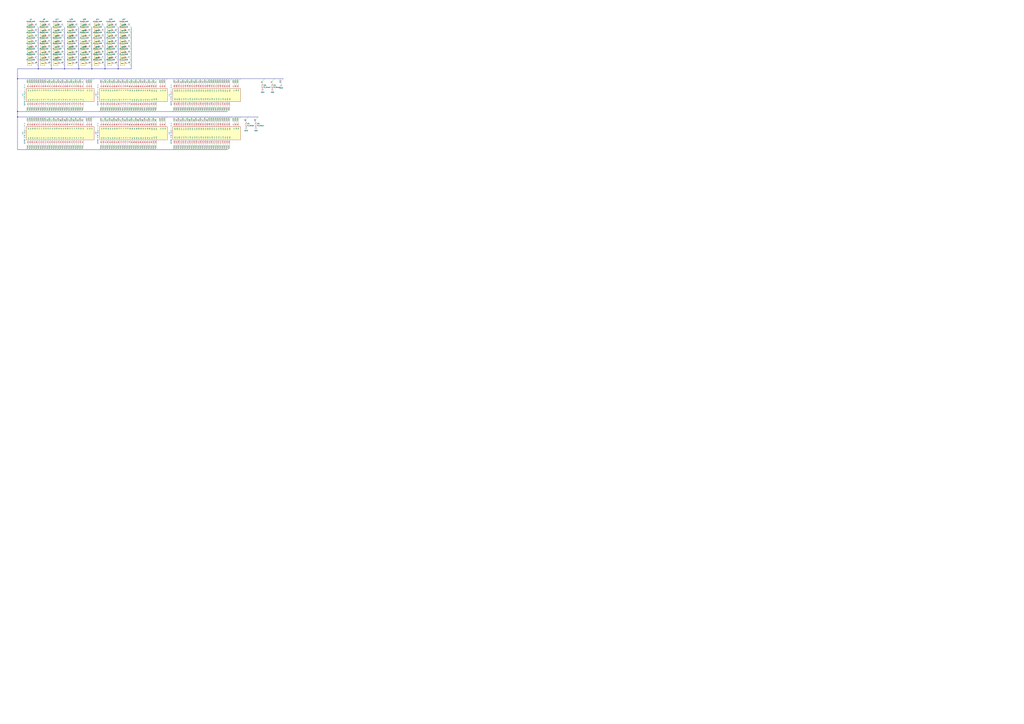
<source format=kicad_sch>
(kicad_sch (version 20230121) (generator eeschema)
  (paper "A0")
  (junction (at 74.93 80.01))
  (junction (at 44.45 80.01))
  (junction (at 20.32 91.44))
  (junction (at 20.32 135.89))
  (junction (at 91.44 80.01))
  (junction (at 106.68 80.01))
  (junction (at 121.92 80.01))
  (junction (at 137.16 80.01))
  (junction (at 20.32 129.54))
  (junction (at 59.69 80.01))
  (bus_entry (at 66.04 171.45) (size -2.54 2.54))
  (bus_entry (at 96.52 138.43) (size 2.54 -2.54))
  (bus_entry (at 149.86 54.61) (size 2.54 2.54))
  (bus_entry (at 186.69 138.43) (size 2.54 -2.54))
  (bus_entry (at 38.1 171.45) (size -2.54 2.54))
  (bus_entry (at 40.64 93.98) (size 2.54 -2.54))
  (bus_entry (at 161.29 138.43) (size 2.54 -2.54))
  (bus_entry (at 88.9 60.96) (size 2.54 2.54))
  (bus_entry (at 93.98 171.45) (size -2.54 2.54))
  (bus_entry (at 181.61 171.45) (size -2.54 2.54))
  (bus_entry (at 151.13 127) (size -2.54 2.54))
  (bus_entry (at 241.3 138.43) (size 2.54 -2.54))
  (bus_entry (at 156.21 138.43) (size 2.54 -2.54))
  (bus_entry (at 41.91 67.31) (size 2.54 2.54))
  (bus_entry (at 236.22 93.98) (size 2.54 -2.54))
  (bus_entry (at 153.67 93.98) (size 2.54 -2.54))
  (bus_entry (at 153.67 171.45) (size -2.54 2.54))
  (bus_entry (at 88.9 41.91) (size 2.54 2.54))
  (bus_entry (at 93.98 127) (size -2.54 2.54))
  (bus_entry (at 226.06 93.98) (size 2.54 -2.54))
  (bus_entry (at 203.2 138.43) (size 2.54 -2.54))
  (bus_entry (at 133.35 93.98) (size 2.54 -2.54))
  (bus_entry (at 146.05 138.43) (size 2.54 -2.54))
  (bus_entry (at 106.68 93.98) (size 2.54 -2.54))
  (bus_entry (at 45.72 171.45) (size -2.54 2.54))
  (bus_entry (at 71.12 138.43) (size 2.54 -2.54))
  (bus_entry (at 86.36 171.45) (size -2.54 2.54))
  (bus_entry (at 38.1 127) (size -2.54 2.54))
  (bus_entry (at 140.97 171.45) (size -2.54 2.54))
  (bus_entry (at 271.78 138.43) (size 2.54 -2.54))
  (bus_entry (at 88.9 54.61) (size 2.54 2.54))
  (bus_entry (at 53.34 138.43) (size 2.54 -2.54))
  (bus_entry (at 88.9 127) (size -2.54 2.54))
  (bus_entry (at 33.02 127) (size -2.54 2.54))
  (bus_entry (at 223.52 127) (size -2.54 2.54))
  (bus_entry (at 71.12 93.98) (size 2.54 -2.54))
  (bus_entry (at 138.43 93.98) (size 2.54 -2.54))
  (bus_entry (at 149.86 60.96) (size 2.54 2.54))
  (bus_entry (at 140.97 138.43) (size 2.54 -2.54))
  (bus_entry (at 173.99 171.45) (size -2.54 2.54))
  (bus_entry (at 130.81 171.45) (size -2.54 2.54))
  (bus_entry (at 285.75 138.43) (size 2.54 -2.54))
  (bus_entry (at 135.89 127) (size -2.54 2.54))
  (bus_entry (at 58.42 93.98) (size 2.54 -2.54))
  (bus_entry (at 226.06 171.45) (size -2.54 2.54))
  (bus_entry (at 241.3 93.98) (size 2.54 -2.54))
  (bus_entry (at 149.86 48.26) (size 2.54 2.54))
  (bus_entry (at 220.98 138.43) (size 2.54 -2.54))
  (bus_entry (at 205.74 93.98) (size 2.54 -2.54))
  (bus_entry (at 176.53 127) (size -2.54 2.54))
  (bus_entry (at 91.44 138.43) (size 2.54 -2.54))
  (bus_entry (at 45.72 138.43) (size 2.54 -2.54))
  (bus_entry (at 120.65 171.45) (size -2.54 2.54))
  (bus_entry (at 297.18 138.43) (size 2.54 -2.54))
  (bus_entry (at 96.52 171.45) (size -2.54 2.54))
  (bus_entry (at 119.38 48.26) (size 2.54 2.54))
  (bus_entry (at 251.46 171.45) (size -2.54 2.54))
  (bus_entry (at 104.14 54.61) (size 2.54 2.54))
  (bus_entry (at 276.86 93.98) (size 2.54 -2.54))
  (bus_entry (at 57.15 48.26) (size 2.54 2.54))
  (bus_entry (at 218.44 93.98) (size 2.54 -2.54))
  (bus_entry (at 57.15 41.91) (size 2.54 2.54))
  (bus_entry (at 88.9 35.56) (size 2.54 2.54))
  (bus_entry (at 171.45 127) (size -2.54 2.54))
  (bus_entry (at 233.68 127) (size -2.54 2.54))
  (bus_entry (at 119.38 60.96) (size 2.54 2.54))
  (bus_entry (at 55.88 127) (size -2.54 2.54))
  (bus_entry (at 72.39 54.61) (size 2.54 2.54))
  (bus_entry (at 86.36 138.43) (size 2.54 -2.54))
  (bus_entry (at 88.9 73.66) (size 2.54 2.54))
  (bus_entry (at 261.62 127) (size -2.54 2.54))
  (bus_entry (at 248.92 93.98) (size 2.54 -2.54))
  (bus_entry (at 71.12 171.45) (size -2.54 2.54))
  (bus_entry (at 81.28 138.43) (size 2.54 -2.54))
  (bus_entry (at 149.86 41.91) (size 2.54 2.54))
  (bus_entry (at 220.98 171.45) (size -2.54 2.54))
  (bus_entry (at 41.91 29.21) (size 2.54 2.54))
  (bus_entry (at 128.27 127) (size -2.54 2.54))
  (bus_entry (at 60.96 93.98) (size 2.54 -2.54))
  (bus_entry (at 135.89 93.98) (size 2.54 -2.54))
  (bus_entry (at 231.14 171.45) (size -2.54 2.54))
  (bus_entry (at 125.73 93.98) (size 2.54 -2.54))
  (bus_entry (at 96.52 93.98) (size 2.54 -2.54))
  (bus_entry (at 91.44 127) (size -2.54 2.54))
  (bus_entry (at 158.75 138.43) (size 2.54 -2.54))
  (bus_entry (at 48.26 127) (size -2.54 2.54))
  (bus_entry (at 60.96 127) (size -2.54 2.54))
  (bus_entry (at 191.77 138.43) (size 2.54 -2.54))
  (bus_entry (at 264.16 138.43) (size 2.54 -2.54))
  (bus_entry (at 215.9 138.43) (size 2.54 -2.54))
  (bus_entry (at 231.14 93.98) (size 2.54 -2.54))
  (bus_entry (at 123.19 138.43) (size 2.54 -2.54))
  (bus_entry (at 119.38 29.21) (size 2.54 2.54))
  (bus_entry (at 68.58 127) (size -2.54 2.54))
  (bus_entry (at 151.13 138.43) (size 2.54 -2.54))
  (bus_entry (at 130.81 93.98) (size 2.54 -2.54))
  (bus_entry (at 63.5 127) (size -2.54 2.54))
  (bus_entry (at 163.83 138.43) (size 2.54 -2.54))
  (bus_entry (at 104.14 35.56) (size 2.54 2.54))
  (bus_entry (at 73.66 127) (size -2.54 2.54))
  (bus_entry (at 43.18 127) (size -2.54 2.54))
  (bus_entry (at 88.9 29.21) (size 2.54 2.54))
  (bus_entry (at 119.38 35.56) (size 2.54 2.54))
  (bus_entry (at 58.42 138.43) (size 2.54 -2.54))
  (bus_entry (at 143.51 93.98) (size 2.54 -2.54))
  (bus_entry (at 226.06 138.43) (size 2.54 -2.54))
  (bus_entry (at 148.59 171.45) (size -2.54 2.54))
  (bus_entry (at 33.02 171.45) (size -2.54 2.54))
  (bus_entry (at 45.72 93.98) (size 2.54 -2.54))
  (bus_entry (at 57.15 35.56) (size 2.54 2.54))
  (bus_entry (at 45.72 127) (size -2.54 2.54))
  (bus_entry (at 208.28 171.45) (size -2.54 2.54))
  (bus_entry (at 266.7 171.45) (size -2.54 2.54))
  (bus_entry (at 171.45 171.45) (size -2.54 2.54))
  (bus_entry (at 205.74 138.43) (size 2.54 -2.54))
  (bus_entry (at 156.21 127) (size -2.54 2.54))
  (bus_entry (at 228.6 171.45) (size -2.54 2.54))
  (bus_entry (at 166.37 138.43) (size 2.54 -2.54))
  (bus_entry (at 140.97 93.98) (size 2.54 -2.54))
  (bus_entry (at 210.82 171.45) (size -2.54 2.54))
  (bus_entry (at 238.76 171.45) (size -2.54 2.54))
  (bus_entry (at 181.61 93.98) (size 2.54 -2.54))
  (bus_entry (at 72.39 67.31) (size 2.54 2.54))
  (bus_entry (at 119.38 54.61) (size 2.54 2.54))
  (bus_entry (at 208.28 93.98) (size 2.54 -2.54))
  (bus_entry (at 176.53 93.98) (size 2.54 -2.54))
  (bus_entry (at 153.67 127) (size -2.54 2.54))
  (bus_entry (at 72.39 48.26) (size 2.54 2.54))
  (bus_entry (at 76.2 138.43) (size 2.54 -2.54))
  (bus_entry (at 134.62 48.26) (size 2.54 2.54))
  (bus_entry (at 78.74 127) (size -2.54 2.54))
  (bus_entry (at 158.75 93.98) (size 2.54 -2.54))
  (bus_entry (at 259.08 171.45) (size -2.54 2.54))
  (bus_entry (at 146.05 93.98) (size 2.54 -2.54))
  (bus_entry (at 72.39 35.56) (size 2.54 2.54))
  (bus_entry (at 203.2 171.45) (size -2.54 2.54))
  (bus_entry (at 161.29 171.45) (size -2.54 2.54))
  (bus_entry (at 179.07 127) (size -2.54 2.54))
  (bus_entry (at 140.97 127) (size -2.54 2.54))
  (bus_entry (at 60.96 171.45) (size -2.54 2.54))
  (bus_entry (at 236.22 138.43) (size 2.54 -2.54))
  (bus_entry (at 264.16 93.98) (size 2.54 -2.54))
  (bus_entry (at 228.6 127) (size -2.54 2.54))
  (bus_entry (at 163.83 127) (size -2.54 2.54))
  (bus_entry (at 218.44 171.45) (size -2.54 2.54))
  (bus_entry (at 123.19 171.45) (size -2.54 2.54))
  (bus_entry (at 119.38 67.31) (size 2.54 2.54))
  (bus_entry (at 55.88 138.43) (size 2.54 -2.54))
  (bus_entry (at 261.62 93.98) (size 2.54 -2.54))
  (bus_entry (at 134.62 29.21) (size 2.54 2.54))
  (bus_entry (at 246.38 138.43) (size 2.54 -2.54))
  (bus_entry (at 55.88 171.45) (size -2.54 2.54))
  (bus_entry (at 93.98 138.43) (size 2.54 -2.54))
  (bus_entry (at 259.08 127) (size -2.54 2.54))
  (bus_entry (at 53.34 127) (size -2.54 2.54))
  (bus_entry (at 256.54 127) (size -2.54 2.54))
  (bus_entry (at 168.91 93.98) (size 2.54 -2.54))
  (bus_entry (at 88.9 93.98) (size 2.54 -2.54))
  (bus_entry (at 186.69 93.98) (size 2.54 -2.54))
  (bus_entry (at 233.68 138.43) (size 2.54 -2.54))
  (bus_entry (at 133.35 138.43) (size 2.54 -2.54))
  (bus_entry (at 148.59 138.43) (size 2.54 -2.54))
  (bus_entry (at 104.14 73.66) (size 2.54 2.54))
  (bus_entry (at 143.51 127) (size -2.54 2.54))
  (bus_entry (at 43.18 138.43) (size 2.54 -2.54))
  (bus_entry (at 143.51 138.43) (size 2.54 -2.54))
  (bus_entry (at 101.6 93.98) (size 2.54 -2.54))
  (bus_entry (at 57.15 60.96) (size 2.54 2.54))
  (bus_entry (at 264.16 171.45) (size -2.54 2.54))
  (bus_entry (at 130.81 127) (size -2.54 2.54))
  (bus_entry (at 134.62 41.91) (size 2.54 2.54))
  (bus_entry (at 128.27 171.45) (size -2.54 2.54))
  (bus_entry (at 41.91 48.26) (size 2.54 2.54))
  (bus_entry (at 50.8 171.45) (size -2.54 2.54))
  (bus_entry (at 57.15 73.66) (size 2.54 2.54))
  (bus_entry (at 78.74 171.45) (size -2.54 2.54))
  (bus_entry (at 156.21 171.45) (size -2.54 2.54))
  (bus_entry (at 304.8 93.98) (size 2.54 -2.54))
  (bus_entry (at 76.2 171.45) (size -2.54 2.54))
  (bus_entry (at 236.22 127) (size -2.54 2.54))
  (bus_entry (at 223.52 171.45) (size -2.54 2.54))
  (bus_entry (at 48.26 93.98) (size 2.54 -2.54))
  (bus_entry (at 68.58 171.45) (size -2.54 2.54))
  (bus_entry (at 210.82 93.98) (size 2.54 -2.54))
  (bus_entry (at 210.82 138.43) (size 2.54 -2.54))
  (bus_entry (at 264.16 127) (size -2.54 2.54))
  (bus_entry (at 173.99 127) (size -2.54 2.54))
  (bus_entry (at 156.21 93.98) (size 2.54 -2.54))
  (bus_entry (at 163.83 171.45) (size -2.54 2.54))
  (bus_entry (at 274.32 93.98) (size 2.54 -2.54))
  (bus_entry (at 66.04 138.43) (size 2.54 -2.54))
  (bus_entry (at 104.14 93.98) (size 2.54 -2.54))
  (bus_entry (at 233.68 171.45) (size -2.54 2.54))
  (bus_entry (at 220.98 93.98) (size 2.54 -2.54))
  (bus_entry (at 106.68 138.43) (size 2.54 -2.54))
  (bus_entry (at 57.15 54.61) (size 2.54 2.54))
  (bus_entry (at 35.56 171.45) (size -2.54 2.54))
  (bus_entry (at 81.28 127) (size -2.54 2.54))
  (bus_entry (at 128.27 93.98) (size 2.54 -2.54))
  (bus_entry (at 259.08 91.44) (size -2.54 2.54))
  (bus_entry (at 104.14 60.96) (size 2.54 2.54))
  (bus_entry (at 128.27 138.43) (size 2.54 -2.54))
  (bus_entry (at 238.76 93.98) (size 2.54 -2.54))
  (bus_entry (at 220.98 127) (size -2.54 2.54))
  (bus_entry (at 83.82 93.98) (size 2.54 -2.54))
  (bus_entry (at 213.36 93.98) (size 2.54 -2.54))
  (bus_entry (at 266.7 93.98) (size 2.54 -2.54))
  (bus_entry (at 166.37 127) (size -2.54 2.54))
  (bus_entry (at 243.84 93.98) (size 2.54 -2.54))
  (bus_entry (at 149.86 29.21) (size 2.54 2.54))
  (bus_entry (at 104.14 67.31) (size 2.54 2.54))
  (bus_entry (at 166.37 93.98) (size 2.54 -2.54))
  (bus_entry (at 125.73 138.43) (size 2.54 -2.54))
  (bus_entry (at 208.28 127) (size -2.54 2.54))
  (bus_entry (at 57.15 67.31) (size 2.54 2.54))
  (bus_entry (at 72.39 60.96) (size 2.54 2.54))
  (bus_entry (at 88.9 171.45) (size -2.54 2.54))
  (bus_entry (at 243.84 127) (size -2.54 2.54))
  (bus_entry (at 168.91 171.45) (size -2.54 2.54))
  (bus_entry (at 251.46 127) (size -2.54 2.54))
  (bus_entry (at 101.6 138.43) (size 2.54 -2.54))
  (bus_entry (at 213.36 127) (size -2.54 2.54))
  (bus_entry (at 231.14 138.43) (size 2.54 -2.54))
  (bus_entry (at 146.05 127) (size -2.54 2.54))
  (bus_entry (at 179.07 93.98) (size 2.54 -2.54))
  (bus_entry (at 176.53 138.43) (size 2.54 -2.54))
  (bus_entry (at 63.5 138.43) (size 2.54 -2.54))
  (bus_entry (at 55.88 93.98) (size 2.54 -2.54))
  (bus_entry (at 148.59 127) (size -2.54 2.54))
  (bus_entry (at 161.29 127) (size -2.54 2.54))
  (bus_entry (at 118.11 127) (size -2.54 2.54))
  (bus_entry (at 215.9 93.98) (size 2.54 -2.54))
  (bus_entry (at 93.98 93.98) (size 2.54 -2.54))
  (bus_entry (at 158.75 127) (size -2.54 2.54))
  (bus_entry (at 104.14 29.21) (size 2.54 2.54))
  (bus_entry (at 251.46 138.43) (size 2.54 -2.54))
  (bus_entry (at 254 171.45) (size -2.54 2.54))
  (bus_entry (at 118.11 93.98) (size 2.54 -2.54))
  (bus_entry (at 233.68 93.98) (size 2.54 -2.54))
  (bus_entry (at 120.65 127) (size -2.54 2.54))
  (bus_entry (at 133.35 127) (size -2.54 2.54))
  (bus_entry (at 228.6 93.98) (size 2.54 -2.54))
  (bus_entry (at 91.44 171.45) (size -2.54 2.54))
  (bus_entry (at 130.81 138.43) (size 2.54 -2.54))
  (bus_entry (at 86.36 93.98) (size 2.54 -2.54))
  (bus_entry (at 33.02 93.98) (size 2.54 -2.54))
  (bus_entry (at 246.38 171.45) (size -2.54 2.54))
  (bus_entry (at 241.3 127) (size -2.54 2.54))
  (bus_entry (at 248.92 171.45) (size -2.54 2.54))
  (bus_entry (at 259.08 135.89) (size -2.54 2.54))
  (bus_entry (at 203.2 127) (size -2.54 2.54))
  (bus_entry (at 134.62 73.66) (size 2.54 2.54))
  (bus_entry (at 83.82 138.43) (size 2.54 -2.54))
  (bus_entry (at 91.44 93.98) (size 2.54 -2.54))
  (bus_entry (at 153.67 138.43) (size 2.54 -2.54))
  (bus_entry (at 189.23 93.98) (size 2.54 -2.54))
  (bus_entry (at 228.6 138.43) (size 2.54 -2.54))
  (bus_entry (at 158.75 171.45) (size -2.54 2.54))
  (bus_entry (at 181.61 127) (size -2.54 2.54))
  (bus_entry (at 86.36 127) (size -2.54 2.54))
  (bus_entry (at 66.04 93.98) (size 2.54 -2.54))
  (bus_entry (at 33.02 138.43) (size 2.54 -2.54))
  (bus_entry (at 271.78 93.98) (size 2.54 -2.54))
  (bus_entry (at 40.64 171.45) (size -2.54 2.54))
  (bus_entry (at 40.64 138.43) (size 2.54 -2.54))
  (bus_entry (at 81.28 171.45) (size -2.54 2.54))
  (bus_entry (at 259.08 93.98) (size 2.54 -2.54))
  (bus_entry (at 73.66 171.45) (size -2.54 2.54))
  (bus_entry (at 210.82 127) (size -2.54 2.54))
  (bus_entry (at 173.99 93.98) (size 2.54 -2.54))
  (bus_entry (at 135.89 171.45) (size -2.54 2.54))
  (bus_entry (at 151.13 171.45) (size -2.54 2.54))
  (bus_entry (at 261.62 171.45) (size -2.54 2.54))
  (bus_entry (at 326.39 93.98) (size 2.54 -2.54))
  (bus_entry (at 35.56 138.43) (size 2.54 -2.54))
  (bus_entry (at 161.29 93.98) (size 2.54 -2.54))
  (bus_entry (at 88.9 138.43) (size 2.54 -2.54))
  (bus_entry (at 138.43 127) (size -2.54 2.54))
  (bus_entry (at 48.26 171.45) (size -2.54 2.54))
  (bus_entry (at 134.62 35.56) (size 2.54 2.54))
  (bus_entry (at 146.05 171.45) (size -2.54 2.54))
  (bus_entry (at 88.9 67.31) (size 2.54 2.54))
  (bus_entry (at 48.26 138.43) (size 2.54 -2.54))
  (bus_entry (at 120.65 138.43) (size 2.54 -2.54))
  (bus_entry (at 241.3 171.45) (size -2.54 2.54))
  (bus_entry (at 53.34 93.98) (size 2.54 -2.54))
  (bus_entry (at 76.2 93.98) (size 2.54 -2.54))
  (bus_entry (at 104.14 48.26) (size 2.54 2.54))
  (bus_entry (at 189.23 138.43) (size 2.54 -2.54))
  (bus_entry (at 143.51 171.45) (size -2.54 2.54))
  (bus_entry (at 119.38 41.91) (size 2.54 2.54))
  (bus_entry (at 133.35 171.45) (size -2.54 2.54))
  (bus_entry (at 276.86 138.43) (size 2.54 -2.54))
  (bus_entry (at 66.04 127) (size -2.54 2.54))
  (bus_entry (at 41.91 54.61) (size 2.54 2.54))
  (bus_entry (at 236.22 171.45) (size -2.54 2.54))
  (bus_entry (at 213.36 138.43) (size 2.54 -2.54))
  (bus_entry (at 118.11 138.43) (size 2.54 -2.54))
  (bus_entry (at 35.56 127) (size -2.54 2.54))
  (bus_entry (at 254 93.98) (size 2.54 -2.54))
  (bus_entry (at 138.43 138.43) (size 2.54 -2.54))
  (bus_entry (at 118.11 171.45) (size -2.54 2.54))
  (bus_entry (at 123.19 93.98) (size 2.54 -2.54))
  (bus_entry (at 53.34 171.45) (size -2.54 2.54))
  (bus_entry (at 35.56 93.98) (size 2.54 -2.54))
  (bus_entry (at 173.99 138.43) (size 2.54 -2.54))
  (bus_entry (at 238.76 127) (size -2.54 2.54))
  (bus_entry (at 38.1 93.98) (size 2.54 -2.54))
  (bus_entry (at 176.53 171.45) (size -2.54 2.54))
  (bus_entry (at 316.23 93.98) (size 2.54 -2.54))
  (bus_entry (at 50.8 93.98) (size 2.54 -2.54))
  (bus_entry (at 203.2 93.98) (size 2.54 -2.54))
  (bus_entry (at 76.2 127) (size -2.54 2.54))
  (bus_entry (at 149.86 73.66) (size 2.54 2.54))
  (bus_entry (at 179.07 171.45) (size -2.54 2.54))
  (bus_entry (at 238.76 138.43) (size 2.54 -2.54))
  (bus_entry (at 138.43 171.45) (size -2.54 2.54))
  (bus_entry (at 215.9 171.45) (size -2.54 2.54))
  (bus_entry (at 40.64 127) (size -2.54 2.54))
  (bus_entry (at 223.52 93.98) (size 2.54 -2.54))
  (bus_entry (at 134.62 67.31) (size 2.54 2.54))
  (bus_entry (at 41.91 60.96) (size 2.54 2.54))
  (bus_entry (at 50.8 138.43) (size 2.54 -2.54))
  (bus_entry (at 149.86 35.56) (size 2.54 2.54))
  (bus_entry (at 208.28 138.43) (size 2.54 -2.54))
  (bus_entry (at 50.8 127) (size -2.54 2.54))
  (bus_entry (at 71.12 127) (size -2.54 2.54))
  (bus_entry (at 218.44 127) (size -2.54 2.54))
  (bus_entry (at 179.07 138.43) (size 2.54 -2.54))
  (bus_entry (at 251.46 93.98) (size 2.54 -2.54))
  (bus_entry (at 266.7 138.43) (size 2.54 -2.54))
  (bus_entry (at 223.52 138.43) (size 2.54 -2.54))
  (bus_entry (at 63.5 171.45) (size -2.54 2.54))
  (bus_entry (at 104.14 41.91) (size 2.54 2.54))
  (bus_entry (at 218.44 138.43) (size 2.54 -2.54))
  (bus_entry (at 205.74 127) (size -2.54 2.54))
  (bus_entry (at 125.73 127) (size -2.54 2.54))
  (bus_entry (at 168.91 127) (size -2.54 2.54))
  (bus_entry (at 119.38 73.66) (size 2.54 2.54))
  (bus_entry (at 72.39 73.66) (size 2.54 2.54))
  (bus_entry (at 171.45 138.43) (size 2.54 -2.54))
  (bus_entry (at 259.08 138.43) (size 2.54 -2.54))
  (bus_entry (at 43.18 171.45) (size -2.54 2.54))
  (bus_entry (at 63.5 93.98) (size 2.54 -2.54))
  (bus_entry (at 96.52 127) (size -2.54 2.54))
  (bus_entry (at 215.9 127) (size -2.54 2.54))
  (bus_entry (at 254 127) (size -2.54 2.54))
  (bus_entry (at 246.38 93.98) (size 2.54 -2.54))
  (bus_entry (at 248.92 138.43) (size 2.54 -2.54))
  (bus_entry (at 83.82 127) (size -2.54 2.54))
  (bus_entry (at 81.28 93.98) (size 2.54 -2.54))
  (bus_entry (at 38.1 138.43) (size 2.54 -2.54))
  (bus_entry (at 181.61 138.43) (size 2.54 -2.54))
  (bus_entry (at 135.89 138.43) (size 2.54 -2.54))
  (bus_entry (at 151.13 93.98) (size 2.54 -2.54))
  (bus_entry (at 41.91 41.91) (size 2.54 2.54))
  (bus_entry (at 125.73 171.45) (size -2.54 2.54))
  (bus_entry (at 248.92 127) (size -2.54 2.54))
  (bus_entry (at 88.9 48.26) (size 2.54 2.54))
  (bus_entry (at 231.14 127) (size -2.54 2.54))
  (bus_entry (at 243.84 138.43) (size 2.54 -2.54))
  (bus_entry (at 246.38 127) (size -2.54 2.54))
  (bus_entry (at 261.62 138.43) (size 2.54 -2.54))
  (bus_entry (at 123.19 127) (size -2.54 2.54))
  (bus_entry (at 78.74 93.98) (size 2.54 -2.54))
  (bus_entry (at 41.91 35.56) (size 2.54 2.54))
  (bus_entry (at 43.18 93.98) (size 2.54 -2.54))
  (bus_entry (at 58.42 127) (size -2.54 2.54))
  (bus_entry (at 57.15 29.21) (size 2.54 2.54))
  (bus_entry (at 41.91 73.66) (size 2.54 2.54))
  (bus_entry (at 205.74 171.45) (size -2.54 2.54))
  (bus_entry (at 266.7 127) (size -2.54 2.54))
  (bus_entry (at 58.42 171.45) (size -2.54 2.54))
  (bus_entry (at 83.82 171.45) (size -2.54 2.54))
  (bus_entry (at 60.96 138.43) (size 2.54 -2.54))
  (bus_entry (at 226.06 127) (size -2.54 2.54))
  (bus_entry (at 134.62 60.96) (size 2.54 2.54))
  (bus_entry (at 73.66 93.98) (size 2.54 -2.54))
  (bus_entry (at 78.74 138.43) (size 2.54 -2.54))
  (bus_entry (at 274.32 138.43) (size 2.54 -2.54))
  (bus_entry (at 166.37 171.45) (size -2.54 2.54))
  (bus_entry (at 168.91 138.43) (size 2.54 -2.54))
  (bus_entry (at 148.59 93.98) (size 2.54 -2.54))
  (bus_entry (at 104.14 138.43) (size 2.54 -2.54))
  (bus_entry (at 213.36 171.45) (size -2.54 2.54))
  (bus_entry (at 72.39 29.21) (size 2.54 2.54))
  (bus_entry (at 171.45 93.98) (size 2.54 -2.54))
  (bus_entry (at 134.62 54.61) (size 2.54 2.54))
  (bus_entry (at 254 138.43) (size 2.54 -2.54))
  (bus_entry (at 149.86 67.31) (size 2.54 2.54))
  (bus_entry (at 243.84 171.45) (size -2.54 2.54))
  (bus_entry (at 163.83 93.98) (size 2.54 -2.54))
  (bus_entry (at 73.66 138.43) (size 2.54 -2.54))
  (bus_entry (at 68.58 93.98) (size 2.54 -2.54))
  (bus_entry (at 72.39 41.91) (size 2.54 2.54))
  (bus_entry (at 191.77 93.98) (size 2.54 -2.54))
  (bus_entry (at 68.58 138.43) (size 2.54 -2.54))
  (bus_entry (at 120.65 93.98) (size 2.54 -2.54))
  (bus_entry (at 256.54 171.45) (size -2.54 2.54))
  (wire (pts (xy 35.56 97.79) (xy 35.56 93.98)))
  (bus (pts (xy 140.97 135.89) (xy 143.51 135.89)))
  (bus (pts (xy 279.4 91.44) (xy 307.34 91.44)))
  (wire (pts (xy 231.14 167.64) (xy 231.14 171.45)))
  (wire (pts (xy 138.43 93.98) (xy 138.43 97.79)))
  (bus (pts (xy 125.73 135.89) (xy 128.27 135.89)))
  (wire (pts (xy 218.44 171.45) (xy 218.44 167.64)))
  (wire (pts (xy 189.23 142.24) (xy 189.23 138.43)))
  (bus (pts (xy 63.5 91.44) (xy 66.04 91.44)))
  (bus (pts (xy 40.64 173.99) (xy 43.18 173.99)))
  (bus (pts (xy 59.69 80.01) (xy 74.93 80.01)))
  (bus (pts (xy 238.76 173.99) (xy 241.3 173.99)))
  (bus (pts (xy 166.37 135.89) (xy 168.91 135.89)))
  (wire (pts (xy 69.85 48.26) (xy 72.39 48.26)))
  (bus (pts (xy 123.19 135.89) (xy 125.73 135.89)))
  (wire (pts (xy 191.77 97.79) (xy 191.77 93.98)))
  (bus (pts (xy 261.62 173.99) (xy 264.16 173.99)))
  (bus (pts (xy 66.04 129.54) (xy 68.58 129.54)))
  (wire (pts (xy 186.69 93.98) (xy 186.69 97.79)))
  (wire (pts (xy 261.62 167.64) (xy 261.62 171.45)))
  (bus (pts (xy 91.44 50.8) (xy 91.44 57.15)))
  (bus (pts (xy 171.45 129.54) (xy 173.99 129.54)))
  (wire (pts (xy 271.78 97.79) (xy 271.78 93.98)))
  (wire (pts (xy 163.83 93.98) (xy 163.83 97.79)))
  (bus (pts (xy 274.32 91.44) (xy 276.86 91.44)))
  (bus (pts (xy 88.9 91.44) (xy 91.44 91.44)))
  (bus (pts (xy 266.7 135.89) (xy 269.24 135.89)))
  (wire (pts (xy 130.81 142.24) (xy 130.81 138.43)))
  (wire (pts (xy 179.07 93.98) (xy 179.07 97.79)))
  (wire (pts (xy 135.89 167.64) (xy 135.89 171.45)))
  (bus (pts (xy 44.45 44.45) (xy 44.45 50.8)))
  (wire (pts (xy 138.43 123.19) (xy 138.43 127)))
  (wire (pts (xy 128.27 123.19) (xy 128.27 127)))
  (wire (pts (xy 176.53 123.19) (xy 176.53 127)))
  (bus (pts (xy 223.52 135.89) (xy 226.06 135.89)))
  (wire (pts (xy 236.22 167.64) (xy 236.22 171.45)))
  (wire (pts (xy 168.91 138.43) (xy 168.91 142.24)))
  (bus (pts (xy 59.69 76.2) (xy 59.69 80.01)))
  (wire (pts (xy 220.98 167.64) (xy 220.98 171.45)))
  (wire (pts (xy 33.02 138.43) (xy 33.02 142.24)))
  (bus (pts (xy 38.1 129.54) (xy 40.64 129.54)))
  (bus (pts (xy 40.64 129.54) (xy 43.18 129.54)))
  (bus (pts (xy 81.28 91.44) (xy 83.82 91.44)))
  (wire (pts (xy 148.59 167.64) (xy 148.59 171.45)))
  (wire (pts (xy 39.37 54.61) (xy 41.91 54.61)))
  (bus (pts (xy 158.75 129.54) (xy 161.29 129.54)))
  (wire (pts (xy 248.92 97.79) (xy 248.92 93.98)))
  (bus (pts (xy 259.08 135.89) (xy 261.62 135.89)))
  (bus (pts (xy 205.74 173.99) (xy 208.28 173.99)))
  (wire (pts (xy 226.06 97.79) (xy 226.06 93.98)))
  (wire (pts (xy 179.07 127) (xy 179.07 123.19)))
  (bus (pts (xy 55.88 135.89) (xy 58.42 135.89)))
  (bus (pts (xy 104.14 135.89) (xy 106.68 135.89)))
  (wire (pts (xy 53.34 97.79) (xy 53.34 93.98)))
  (wire (pts (xy 276.86 97.79) (xy 276.86 93.98)))
  (wire (pts (xy 218.44 97.79) (xy 218.44 93.98)))
  (bus (pts (xy 106.68 135.89) (xy 109.22 135.89)))
  (wire (pts (xy 163.83 142.24) (xy 163.83 138.43)))
  (bus (pts (xy 156.21 173.99) (xy 158.75 173.99)))
  (bus (pts (xy 210.82 129.54) (xy 213.36 129.54)))
  (wire (pts (xy 101.6 41.91) (xy 104.14 41.91)))
  (wire (pts (xy 76.2 167.64) (xy 76.2 171.45)))
  (wire (pts (xy 220.98 142.24) (xy 220.98 138.43)))
  (bus (pts (xy 58.42 91.44) (xy 60.96 91.44)))
  (wire (pts (xy 156.21 93.98) (xy 156.21 97.79)))
  (wire (pts (xy 147.32 29.21) (xy 149.86 29.21)))
  (bus (pts (xy 91.44 44.45) (xy 91.44 50.8)))
  (wire (pts (xy 93.98 171.45) (xy 93.98 167.64)))
  (bus (pts (xy 81.28 173.99) (xy 83.82 173.99)))
  (wire (pts (xy 125.73 167.64) (xy 125.73 171.45)))
  (bus (pts (xy 176.53 129.54) (xy 179.07 129.54)))
  (bus (pts (xy 246.38 129.54) (xy 248.92 129.54)))
  (wire (pts (xy 163.83 123.19) (xy 163.83 127)))
  (wire (pts (xy 101.6 142.24) (xy 101.6 138.43)))
  (wire (pts (xy 210.82 97.79) (xy 210.82 93.98)))
  (bus (pts (xy 203.2 129.54) (xy 205.74 129.54)))
  (wire (pts (xy 91.44 142.24) (xy 91.44 138.43)))
  (wire (pts (xy 69.85 41.91) (xy 72.39 41.91)))
  (wire (pts (xy 54.61 67.31) (xy 57.15 67.31)))
  (wire (pts (xy 60.96 142.24) (xy 60.96 138.43)))
  (bus (pts (xy 231.14 173.99) (xy 233.68 173.99)))
  (wire (pts (xy 271.78 142.24) (xy 271.78 138.43)))
  (bus (pts (xy 44.45 63.5) (xy 44.45 69.85)))
  (wire (pts (xy 226.06 167.64) (xy 226.06 171.45)))
  (wire (pts (xy 60.96 97.79) (xy 60.96 93.98)))
  (bus (pts (xy 68.58 135.89) (xy 71.12 135.89)))
  (bus (pts (xy 137.16 76.2) (xy 137.16 80.01)))
  (bus (pts (xy 220.98 173.99) (xy 223.52 173.99)))
  (bus (pts (xy 60.96 129.54) (xy 63.5 129.54)))
  (bus (pts (xy 53.34 135.89) (xy 55.88 135.89)))
  (bus (pts (xy 138.43 135.89) (xy 140.97 135.89)))
  (bus (pts (xy 71.12 91.44) (xy 73.66 91.44)))
  (wire (pts (xy 76.2 142.24) (xy 76.2 138.43)))
  (bus (pts (xy 288.29 135.89) (xy 299.72 135.89)))
  (wire (pts (xy 71.12 127) (xy 71.12 123.19)))
  (bus (pts (xy 33.02 173.99) (xy 35.56 173.99)))
  (wire (pts (xy 55.88 97.79) (xy 55.88 93.98)))
  (bus (pts (xy 254 91.44) (xy 256.54 91.44)))
  (wire (pts (xy 104.14 142.24) (xy 104.14 138.43)))
  (bus (pts (xy 274.32 135.89) (xy 276.86 135.89)))
  (wire (pts (xy 168.91 123.19) (xy 168.91 124.46)))
  (wire (pts (xy 132.08 29.21) (xy 134.62 29.21)))
  (bus (pts (xy 184.15 135.89) (xy 189.23 135.89)))
  (wire (pts (xy 86.36 142.24) (xy 86.36 138.43)))
  (bus (pts (xy 120.65 135.89) (xy 123.19 135.89)))
  (bus (pts (xy 44.45 76.2) (xy 44.45 80.01)))
  (wire (pts (xy 39.37 41.91) (xy 41.91 41.91)))
  (wire (pts (xy 153.67 142.24) (xy 153.67 138.43)))
  (bus (pts (xy 91.44 76.2) (xy 91.44 80.01)))
  (bus (pts (xy 81.28 129.54) (xy 83.82 129.54)))
  (bus (pts (xy 318.77 91.44) (xy 328.93 91.44)))
  (wire (pts (xy 120.65 93.98) (xy 120.65 97.79)))
  (wire (pts (xy 128.27 142.24) (xy 128.27 138.43)))
  (wire (pts (xy 48.26 127) (xy 48.26 123.19)))
  (bus (pts (xy 125.73 91.44) (xy 128.27 91.44)))
  (wire (pts (xy 101.6 29.21) (xy 104.14 29.21)))
  (wire (pts (xy 35.56 167.64) (xy 35.56 171.45)))
  (bus (pts (xy 248.92 129.54) (xy 251.46 129.54)))
  (wire (pts (xy 176.53 142.24) (xy 176.53 138.43)))
  (wire (pts (xy 43.18 97.79) (xy 43.18 93.98)))
  (wire (pts (xy 243.84 123.19) (xy 243.84 127)))
  (wire (pts (xy 130.81 123.19) (xy 130.81 127)))
  (wire (pts (xy 78.74 167.64) (xy 78.74 171.45)))
  (wire (pts (xy 123.19 123.19) (xy 123.19 127)))
  (wire (pts (xy 161.29 167.64) (xy 161.29 171.45)))
  (bus (pts (xy 189.23 91.44) (xy 191.77 91.44)))
  (bus (pts (xy 83.82 129.54) (xy 86.36 129.54)))
  (wire (pts (xy 63.5 97.79) (xy 63.5 93.98)))
  (bus (pts (xy 118.11 129.54) (xy 120.65 129.54)))
  (wire (pts (xy 233.68 97.79) (xy 233.68 93.98)))
  (wire (pts (xy 101.6 35.56) (xy 104.14 35.56)))
  (wire (pts (xy 297.18 138.43) (xy 297.18 142.24)))
  (wire (pts (xy 304.8 93.98) (xy 304.8 97.79)))
  (bus (pts (xy 71.12 129.54) (xy 73.66 129.54)))
  (wire (pts (xy 96.52 123.19) (xy 96.52 127)))
  (wire (pts (xy 120.65 167.64) (xy 120.65 171.45)))
  (bus (pts (xy 50.8 173.99) (xy 53.34 173.99)))
  (wire (pts (xy 161.29 123.19) (xy 161.29 127)))
  (wire (pts (xy 147.32 73.66) (xy 149.86 73.66)))
  (bus (pts (xy 35.56 173.99) (xy 38.1 173.99)))
  (bus (pts (xy 130.81 91.44) (xy 133.35 91.44)))
  (wire (pts (xy 63.5 142.24) (xy 63.5 138.43)))
  (bus (pts (xy 91.44 135.89) (xy 93.98 135.89)))
  (bus (pts (xy 256.54 135.89) (xy 259.08 135.89)))
  (bus (pts (xy 153.67 173.99) (xy 156.21 173.99)))
  (wire (pts (xy 33.02 97.79) (xy 33.02 93.98)))
  (bus (pts (xy 106.68 63.5) (xy 106.68 69.85)))
  (wire (pts (xy 132.08 48.26) (xy 134.62 48.26)))
  (bus (pts (xy 205.74 129.54) (xy 208.28 129.54)))
  (bus (pts (xy 158.75 91.44) (xy 161.29 91.44)))
  (wire (pts (xy 151.13 167.64) (xy 151.13 171.45)))
  (bus (pts (xy 38.1 91.44) (xy 40.64 91.44)))
  (wire (pts (xy 181.61 167.64) (xy 181.61 171.45)))
  (wire (pts (xy 259.08 167.64) (xy 259.08 171.45)))
  (wire (pts (xy 50.8 97.79) (xy 50.8 93.98)))
  (bus (pts (xy 45.72 173.99) (xy 48.26 173.99)))
  (bus (pts (xy 68.58 91.44) (xy 71.12 91.44)))
  (wire (pts (xy 264.16 97.79) (xy 264.16 93.98)))
  (bus (pts (xy 254 173.99) (xy 256.54 173.99)))
  (bus (pts (xy 60.96 173.99) (xy 63.5 173.99)))
  (bus (pts (xy 48.26 91.44) (xy 50.8 91.44)))
  (bus (pts (xy 137.16 31.75) (xy 137.16 38.1)))
  (bus (pts (xy 125.73 173.99) (xy 128.27 173.99)))
  (wire (pts (xy 251.46 97.79) (xy 251.46 93.98)))
  (bus (pts (xy 261.62 91.44) (xy 264.16 91.44)))
  (wire (pts (xy 69.85 60.96) (xy 72.39 60.96)))
  (bus (pts (xy 86.36 173.99) (xy 88.9 173.99)))
  (wire (pts (xy 146.05 93.98) (xy 146.05 97.79)))
  (bus (pts (xy 156.21 135.89) (xy 158.75 135.89)))
  (wire (pts (xy 171.45 123.19) (xy 171.45 127)))
  (wire (pts (xy 93.98 142.24) (xy 93.98 138.43)))
  (wire (pts (xy 125.73 123.19) (xy 125.73 127)))
  (wire (pts (xy 243.84 93.98) (xy 243.84 97.79)))
  (wire (pts (xy 233.68 123.19) (xy 233.68 127)))
  (wire (pts (xy 54.61 41.91) (xy 57.15 41.91)))
  (wire (pts (xy 116.84 29.21) (xy 119.38 29.21)))
  (bus (pts (xy 213.36 135.89) (xy 215.9 135.89)))
  (wire (pts (xy 91.44 123.19) (xy 91.44 127)))
  (wire (pts (xy 248.92 123.19) (xy 248.92 127)))
  (bus (pts (xy 106.68 31.75) (xy 106.68 38.1)))
  (wire (pts (xy 158.75 167.64) (xy 158.75 171.45)))
  (bus (pts (xy 158.75 173.99) (xy 161.29 173.99)))
  (wire (pts (xy 116.84 35.56) (xy 119.38 35.56)))
  (bus (pts (xy 215.9 129.54) (xy 218.44 129.54)))
  (bus (pts (xy 151.13 129.54) (xy 153.67 129.54)))
  (wire (pts (xy 73.66 97.79) (xy 73.66 93.98)))
  (bus (pts (xy 146.05 135.89) (xy 148.59 135.89)))
  (wire (pts (xy 101.6 67.31) (xy 104.14 67.31)))
  (wire (pts (xy 132.08 73.66) (xy 134.62 73.66)))
  (wire (pts (xy 39.37 35.56) (xy 41.91 35.56)))
  (bus (pts (xy 166.37 129.54) (xy 168.91 129.54)))
  (bus (pts (xy 307.34 91.44) (xy 318.77 91.44)))
  (wire (pts (xy 86.36 29.21) (xy 88.9 29.21)))
  (wire (pts (xy 248.92 167.64) (xy 248.92 171.45)))
  (bus (pts (xy 45.72 129.54) (xy 48.26 129.54)))
  (bus (pts (xy 86.36 91.44) (xy 88.9 91.44)))
  (wire (pts (xy 151.13 142.24) (xy 151.13 138.43)))
  (bus (pts (xy 83.82 135.89) (xy 86.36 135.89)))
  (bus (pts (xy 40.64 135.89) (xy 43.18 135.89)))
  (bus (pts (xy 74.93 76.2) (xy 74.93 80.01)))
  (bus (pts (xy 233.68 135.89) (xy 236.22 135.89)))
  (wire (pts (xy 161.29 142.24) (xy 161.29 138.43)))
  (wire (pts (xy 210.82 142.24) (xy 210.82 138.43)))
  (bus (pts (xy 109.22 91.44) (xy 120.65 91.44)))
  (wire (pts (xy 101.6 73.66) (xy 104.14 73.66)))
  (bus (pts (xy 152.4 44.45) (xy 152.4 50.8)))
  (wire (pts (xy 39.37 67.31) (xy 41.91 67.31)))
  (wire (pts (xy 83.82 142.24) (xy 83.82 138.43)))
  (bus (pts (xy 71.12 173.99) (xy 73.66 173.99)))
  (bus (pts (xy 120.65 173.99) (xy 123.19 173.99)))
  (bus (pts (xy 251.46 91.44) (xy 254 91.44)))
  (wire (pts (xy 60.96 123.19) (xy 60.96 127)))
  (bus (pts (xy 20.32 135.89) (xy 20.32 173.99)))
  (bus (pts (xy 59.69 69.85) (xy 59.69 76.2)))
  (bus (pts (xy 137.16 44.45) (xy 137.16 50.8)))
  (bus (pts (xy 78.74 173.99) (xy 81.28 173.99)))
  (wire (pts (xy 35.56 123.19) (xy 35.56 127)))
  (bus (pts (xy 161.29 91.44) (xy 163.83 91.44)))
  (bus (pts (xy 168.91 91.44) (xy 171.45 91.44)))
  (wire (pts (xy 256.54 97.79) (xy 256.54 93.98)))
  (wire (pts (xy 208.28 123.19) (xy 208.28 127)))
  (bus (pts (xy 125.73 129.54) (xy 128.27 129.54)))
  (wire (pts (xy 146.05 123.19) (xy 146.05 127)))
  (bus (pts (xy 91.44 80.01) (xy 106.68 80.01)))
  (wire (pts (xy 123.19 167.64) (xy 123.19 171.45)))
  (wire (pts (xy 73.66 123.19) (xy 73.66 127)))
  (wire (pts (xy 33.02 123.19) (xy 33.02 127)))
  (bus (pts (xy 228.6 91.44) (xy 231.14 91.44)))
  (wire (pts (xy 264.16 142.24) (xy 264.16 138.43)))
  (bus (pts (xy 58.42 129.54) (xy 60.96 129.54)))
  (bus (pts (xy 236.22 91.44) (xy 238.76 91.44)))
  (bus (pts (xy 176.53 135.89) (xy 179.07 135.89)))
  (wire (pts (xy 173.99 123.19) (xy 173.99 127)))
  (wire (pts (xy 223.52 142.24) (xy 223.52 138.43)))
  (bus (pts (xy 184.15 91.44) (xy 189.23 91.44)))
  (wire (pts (xy 147.32 41.91) (xy 149.86 41.91)))
  (bus (pts (xy 173.99 91.44) (xy 176.53 91.44)))
  (bus (pts (xy 218.44 91.44) (xy 220.98 91.44)))
  (wire (pts (xy 254 167.64) (xy 254 171.45)))
  (wire (pts (xy 132.08 54.61) (xy 134.62 54.61)))
  (wire (pts (xy 238.76 123.19) (xy 238.76 127)))
  (bus (pts (xy 231.14 91.44) (xy 233.68 91.44)))
  (bus (pts (xy 106.68 44.45) (xy 106.68 50.8)))
  (wire (pts (xy 274.32 97.79) (xy 274.32 93.98)))
  (bus (pts (xy 171.45 135.89) (xy 173.99 135.89)))
  (bus (pts (xy 176.53 173.99) (xy 179.07 173.99)))
  (wire (pts (xy 261.62 97.79) (xy 261.62 93.98)))
  (bus (pts (xy 58.42 135.89) (xy 60.96 135.89)))
  (bus (pts (xy 251.46 135.89) (xy 254 135.89)))
  (wire (pts (xy 53.34 167.64) (xy 53.34 171.45)))
  (bus (pts (xy 215.9 173.99) (xy 218.44 173.99)))
  (bus (pts (xy 38.1 135.89) (xy 40.64 135.89)))
  (wire (pts (xy 88.9 167.64) (xy 88.9 171.45)))
  (bus (pts (xy 241.3 135.89) (xy 243.84 135.89)))
  (wire (pts (xy 60.96 167.64) (xy 60.96 171.45)))
  (bus (pts (xy 91.44 129.54) (xy 93.98 129.54)))
  (wire (pts (xy 173.99 167.64) (xy 173.99 171.45)))
  (bus (pts (xy 74.93 31.75) (xy 74.93 38.1)))
  (wire (pts (xy 236.22 97.79) (xy 236.22 93.98)))
  (wire (pts (xy 189.23 93.98) (xy 189.23 97.79)))
  (bus (pts (xy 88.9 173.99) (xy 91.44 173.99)))
  (bus (pts (xy 106.68 57.15) (xy 106.68 63.5)))
  (bus (pts (xy 140.97 129.54) (xy 143.51 129.54)))
  (wire (pts (xy 151.13 123.19) (xy 151.13 127)))
  (wire (pts (xy 223.52 167.64) (xy 223.52 171.45)))
  (bus (pts (xy 74.93 69.85) (xy 74.93 76.2)))
  (bus (pts (xy 73.66 173.99) (xy 76.2 173.99)))
  (wire (pts (xy 123.19 93.98) (xy 123.19 97.79)))
  (wire (pts (xy 251.46 138.43) (xy 251.46 142.24)))
  (wire (pts (xy 210.82 167.64) (xy 210.82 171.45)))
  (bus (pts (xy 163.83 129.54) (xy 166.37 129.54)))
  (bus (pts (xy 74.93 63.5) (xy 74.93 69.85)))
  (wire (pts (xy 153.67 167.64) (xy 153.67 171.45)))
  (wire (pts (xy 73.66 142.24) (xy 73.66 138.43)))
  (bus (pts (xy 166.37 91.44) (xy 168.91 91.44)))
  (wire (pts (xy 39.37 60.96) (xy 41.91 60.96)))
  (bus (pts (xy 43.18 129.54) (xy 45.72 129.54)))
  (wire (pts (xy 210.82 123.19) (xy 210.82 127)))
  (bus (pts (xy 269.24 135.89) (xy 274.32 135.89)))
  (wire (pts (xy 203.2 138.43) (xy 203.2 142.24)))
  (bus (pts (xy 68.58 173.99) (xy 71.12 173.99)))
  (bus (pts (xy 20.32 80.01) (xy 20.32 91.44)))
  (wire (pts (xy 83.82 167.64) (xy 83.82 171.45)))
  (wire (pts (xy 86.36 35.56) (xy 88.9 35.56)))
  (wire (pts (xy 148.59 93.98) (xy 148.59 97.79)))
  (wire (pts (xy 69.85 35.56) (xy 72.39 35.56)))
  (bus (pts (xy 59.69 38.1) (xy 59.69 44.45)))
  (wire (pts (xy 91.44 167.64) (xy 91.44 171.45)))
  (bus (pts (xy 20.32 91.44) (xy 35.56 91.44)))
  (bus (pts (xy 215.9 91.44) (xy 218.44 91.44)))
  (bus (pts (xy 248.92 135.89) (xy 251.46 135.89)))
  (wire (pts (xy 147.32 67.31) (xy 149.86 67.31)))
  (bus (pts (xy 44.45 38.1) (xy 44.45 44.45)))
  (bus (pts (xy 66.04 135.89) (xy 68.58 135.89)))
  (wire (pts (xy 135.89 123.19) (xy 135.89 127)))
  (bus (pts (xy 153.67 91.44) (xy 156.21 91.44)))
  (bus (pts (xy 218.44 129.54) (xy 220.98 129.54)))
  (bus (pts (xy 148.59 129.54) (xy 151.13 129.54)))
  (bus (pts (xy 148.59 173.99) (xy 151.13 173.99)))
  (bus (pts (xy 231.14 129.54) (xy 233.68 129.54)))
  (wire (pts (xy 181.61 97.79) (xy 181.61 93.98)))
  (wire (pts (xy 203.2 97.79) (xy 203.2 93.98)))
  (wire (pts (xy 43.18 142.24) (xy 43.18 138.43)))
  (wire (pts (xy 241.3 97.79) (xy 241.3 93.98)))
  (bus (pts (xy 99.06 135.89) (xy 104.14 135.89)))
  (wire (pts (xy 58.42 123.19) (xy 58.42 127)))
  (wire (pts (xy 48.26 142.24) (xy 48.26 138.43)))
  (wire (pts (xy 241.3 171.45) (xy 241.3 167.64)))
  (wire (pts (xy 88.9 97.79) (xy 88.9 93.98)))
  (wire (pts (xy 73.66 167.64) (xy 73.66 171.45)))
  (bus (pts (xy 151.13 135.89) (xy 153.67 135.89)))
  (wire (pts (xy 176.53 93.98) (xy 176.53 97.79)))
  (wire (pts (xy 176.53 167.64) (xy 176.53 171.45)))
  (bus (pts (xy 238.76 129.54) (xy 241.3 129.54)))
  (bus (pts (xy 93.98 129.54) (xy 115.57 129.54)))
  (bus (pts (xy 74.93 50.8) (xy 74.93 57.15)))
  (bus (pts (xy 251.46 173.99) (xy 254 173.99)))
  (wire (pts (xy 143.51 167.64) (xy 143.51 171.45)))
  (bus (pts (xy 236.22 135.89) (xy 238.76 135.89)))
  (bus (pts (xy 78.74 91.44) (xy 81.28 91.44)))
  (bus (pts (xy 91.44 91.44) (xy 93.98 91.44)))
  (bus (pts (xy 238.76 135.89) (xy 241.3 135.89)))
  (wire (pts (xy 146.05 142.24) (xy 146.05 138.43)))
  (bus (pts (xy 236.22 129.54) (xy 238.76 129.54)))
  (wire (pts (xy 104.14 97.79) (xy 104.14 93.98)))
  (bus (pts (xy 66.04 173.99) (xy 68.58 173.99)))
  (bus (pts (xy 137.16 69.85) (xy 137.16 76.2)))
  (bus (pts (xy 121.92 69.85) (xy 121.92 76.2)))
  (bus (pts (xy 121.92 63.5) (xy 121.92 69.85)))
  (wire (pts (xy 213.36 167.64) (xy 213.36 171.45)))
  (wire (pts (xy 58.42 97.79) (xy 58.42 93.98)))
  (bus (pts (xy 106.68 69.85) (xy 106.68 76.2)))
  (wire (pts (xy 251.46 167.64) (xy 251.46 171.45)))
  (bus (pts (xy 130.81 129.54) (xy 133.35 129.54)))
  (bus (pts (xy 45.72 135.89) (xy 48.26 135.89)))
  (wire (pts (xy 203.2 167.64) (xy 203.2 171.45)))
  (bus (pts (xy 91.44 57.15) (xy 91.44 63.5)))
  (wire (pts (xy 86.36 54.61) (xy 88.9 54.61)))
  (wire (pts (xy 205.74 97.79) (xy 205.74 93.98)))
  (wire (pts (xy 132.08 60.96) (xy 134.62 60.96)))
  (wire (pts (xy 101.6 97.79) (xy 101.6 93.98)))
  (bus (pts (xy 241.3 173.99) (xy 243.84 173.99)))
  (bus (pts (xy 223.52 173.99) (xy 226.06 173.99)))
  (wire (pts (xy 186.69 142.24) (xy 186.69 138.43)))
  (wire (pts (xy 106.68 97.79) (xy 106.68 93.98)))
  (wire (pts (xy 43.18 167.64) (xy 43.18 171.45)))
  (wire (pts (xy 128.27 167.64) (xy 128.27 171.45)))
  (bus (pts (xy 171.45 91.44) (xy 173.99 91.44)))
  (bus (pts (xy 20.32 91.44) (xy 20.32 129.54)))
  (wire (pts (xy 35.56 142.24) (xy 35.56 138.43)))
  (bus (pts (xy 176.53 91.44) (xy 179.07 91.44)))
  (wire (pts (xy 248.92 142.24) (xy 248.92 138.43)))
  (wire (pts (xy 88.9 142.24) (xy 88.9 138.43)))
  (bus (pts (xy 228.6 173.99) (xy 231.14 173.99)))
  (bus (pts (xy 210.82 135.89) (xy 213.36 135.89)))
  (wire (pts (xy 256.54 142.24) (xy 256.54 138.43)))
  (wire (pts (xy 133.35 138.43) (xy 133.35 142.24)))
  (wire (pts (xy 179.07 171.45) (xy 179.07 167.64)))
  (wire (pts (xy 125.73 93.98) (xy 125.73 97.79)))
  (bus (pts (xy 259.08 129.54) (xy 261.62 129.54)))
  (bus (pts (xy 118.11 173.99) (xy 120.65 173.99)))
  (bus (pts (xy 45.72 91.44) (xy 48.26 91.44)))
  (bus (pts (xy 158.75 135.89) (xy 161.29 135.89)))
  (bus (pts (xy 138.43 91.44) (xy 140.97 91.44)))
  (wire (pts (xy 83.82 97.79) (xy 83.82 93.98)))
  (wire (pts (xy 58.42 142.24) (xy 58.42 138.43)))
  (wire (pts (xy 116.84 41.91) (xy 119.38 41.91)))
  (wire (pts (xy 231.14 97.79) (xy 231.14 93.98)))
  (wire (pts (xy 96.52 138.43) (xy 96.52 142.24)))
  (wire (pts (xy 231.14 123.19) (xy 231.14 127)))
  (bus (pts (xy 59.69 31.75) (xy 59.69 38.1)))
  (bus (pts (xy 60.96 135.89) (xy 63.5 135.89)))
  (bus (pts (xy 153.67 135.89) (xy 156.21 135.89)))
  (bus (pts (xy 33.02 129.54) (xy 35.56 129.54)))
  (wire (pts (xy 254 97.79) (xy 254 93.98)))
  (wire (pts (xy 316.23 93.98) (xy 316.23 97.79)))
  (bus (pts (xy 66.04 91.44) (xy 68.58 91.44)))
  (bus (pts (xy 143.51 129.54) (xy 146.05 129.54)))
  (wire (pts (xy 86.36 167.64) (xy 86.36 171.45)))
  (bus (pts (xy 123.19 129.54) (xy 125.73 129.54)))
  (wire (pts (xy 233.68 142.24) (xy 233.68 138.43)))
  (bus (pts (xy 173.99 129.54) (xy 176.53 129.54)))
  (wire (pts (xy 238.76 167.64) (xy 238.76 171.45)))
  (wire (pts (xy 246.38 142.24) (xy 246.38 138.43)))
  (wire (pts (xy 246.38 123.19) (xy 246.38 127)))
  (wire (pts (xy 118.11 123.19) (xy 118.11 127)))
  (wire (pts (xy 116.84 60.96) (xy 119.38 60.96)))
  (wire (pts (xy 71.12 97.79) (xy 71.12 93.98)))
  (bus (pts (xy 256.54 129.54) (xy 259.08 129.54)))
  (wire (pts (xy 208.28 142.24) (xy 208.28 138.43)))
  (wire (pts (xy 254 123.19) (xy 254 127)))
  (bus (pts (xy 233.68 91.44) (xy 236.22 91.44)))
  (bus (pts (xy 241.3 91.44) (xy 243.84 91.44)))
  (wire (pts (xy 88.9 123.19) (xy 88.9 127)))
  (bus (pts (xy 35.56 91.44) (xy 38.1 91.44)))
  (bus (pts (xy 38.1 173.99) (xy 40.64 173.99)))
  (wire (pts (xy 166.37 93.98) (xy 166.37 97.79)))
  (bus (pts (xy 223.52 91.44) (xy 226.06 91.44)))
  (wire (pts (xy 261.62 142.24) (xy 261.62 138.43)))
  (wire (pts (xy 78.74 142.24) (xy 78.74 138.43)))
  (bus (pts (xy 161.29 135.89) (xy 163.83 135.89)))
  (bus (pts (xy 121.92 76.2) (xy 121.92 80.01)))
  (bus (pts (xy 241.3 129.54) (xy 243.84 129.54)))
  (wire (pts (xy 81.28 138.43) (xy 81.28 142.24)))
  (bus (pts (xy 251.46 129.54) (xy 254 129.54)))
  (bus (pts (xy 137.16 57.15) (xy 137.16 63.5)))
  (bus (pts (xy 173.99 135.89) (xy 176.53 135.89)))
  (wire (pts (xy 45.72 123.19) (xy 45.72 127)))
  (wire (pts (xy 86.36 48.26) (xy 88.9 48.26)))
  (bus (pts (xy 78.74 129.54) (xy 81.28 129.54)))
  (bus (pts (xy 146.05 129.54) (xy 148.59 129.54)))
  (wire (pts (xy 69.85 29.21) (xy 72.39 29.21)))
  (bus (pts (xy 44.45 80.01) (xy 59.69 80.01)))
  (wire (pts (xy 71.12 142.24) (xy 71.12 138.43)))
  (bus (pts (xy 151.13 173.99) (xy 153.67 173.99)))
  (bus (pts (xy 220.98 91.44) (xy 223.52 91.44)))
  (wire (pts (xy 132.08 41.91) (xy 134.62 41.91)))
  (wire (pts (xy 69.85 54.61) (xy 72.39 54.61)))
  (bus (pts (xy 53.34 91.44) (xy 55.88 91.44)))
  (wire (pts (xy 133.35 127) (xy 133.35 123.19)))
  (bus (pts (xy 91.44 38.1) (xy 91.44 44.45)))
  (bus (pts (xy 151.13 91.44) (xy 153.67 91.44)))
  (bus (pts (xy 76.2 135.89) (xy 78.74 135.89)))
  (wire (pts (xy 128.27 93.98) (xy 128.27 97.79)))
  (bus (pts (xy 135.89 135.89) (xy 138.43 135.89)))
  (bus (pts (xy 269.24 91.44) (xy 274.32 91.44)))
  (wire (pts (xy 143.51 123.19) (xy 143.51 124.46)))
  (wire (pts (xy 266.7 138.43) (xy 266.7 142.24)))
  (bus (pts (xy 73.66 91.44) (xy 76.2 91.44)))
  (bus (pts (xy 73.66 129.54) (xy 76.2 129.54)))
  (wire (pts (xy 153.67 93.98) (xy 153.67 97.79)))
  (bus (pts (xy 20.32 173.99) (xy 30.48 173.99)))
  (wire (pts (xy 68.58 123.19) (xy 68.58 127)))
  (wire (pts (xy 55.88 138.43) (xy 55.88 142.24)))
  (bus (pts (xy 58.42 173.99) (xy 60.96 173.99)))
  (bus (pts (xy 48.26 173.99) (xy 50.8 173.99)))
  (bus (pts (xy 44.45 57.15) (xy 44.45 63.5)))
  (bus (pts (xy 256.54 173.99) (xy 259.08 173.99)))
  (bus (pts (xy 148.59 135.89) (xy 151.13 135.89)))
  (wire (pts (xy 66.04 123.19) (xy 66.04 127)))
  (bus (pts (xy 137.16 63.5) (xy 137.16 69.85)))
  (wire (pts (xy 50.8 142.24) (xy 50.8 138.43)))
  (bus (pts (xy 246.38 91.44) (xy 248.92 91.44)))
  (bus (pts (xy 166.37 173.99) (xy 168.91 173.99)))
  (wire (pts (xy 147.32 60.96) (xy 149.86 60.96)))
  (bus (pts (xy 91.44 173.99) (xy 93.98 173.99)))
  (bus (pts (xy 20.32 129.54) (xy 30.48 129.54)))
  (wire (pts (xy 213.36 142.24) (xy 213.36 138.43)))
  (wire (pts (xy 147.32 35.56) (xy 149.86 35.56)))
  (bus (pts (xy 99.06 91.44) (xy 104.14 91.44)))
  (wire (pts (xy 181.61 138.43) (xy 181.61 142.24)))
  (wire (pts (xy 106.68 142.24) (xy 106.68 138.43)))
  (bus (pts (xy 243.84 173.99) (xy 246.38 173.99)))
  (wire (pts (xy 228.6 167.64) (xy 228.6 171.45)))
  (bus (pts (xy 163.83 91.44) (xy 166.37 91.44)))
  (bus (pts (xy 109.22 135.89) (xy 120.65 135.89)))
  (wire (pts (xy 181.61 123.19) (xy 181.61 127)))
  (bus (pts (xy 121.92 38.1) (xy 121.92 44.45)))
  (bus (pts (xy 220.98 135.89) (xy 223.52 135.89)))
  (wire (pts (xy 38.1 123.19) (xy 38.1 127)))
  (bus (pts (xy 146.05 173.99) (xy 148.59 173.99)))
  (bus (pts (xy 168.91 173.99) (xy 171.45 173.99)))
  (bus (pts (xy 59.69 63.5) (xy 59.69 69.85)))
  (bus (pts (xy 236.22 173.99) (xy 238.76 173.99)))
  (bus (pts (xy 115.57 129.54) (xy 118.11 129.54)))
  (bus (pts (xy 59.69 50.8) (xy 59.69 57.15)))
  (wire (pts (xy 68.58 167.64) (xy 68.58 171.45)))
  (bus (pts (xy 205.74 91.44) (xy 208.28 91.44)))
  (bus (pts (xy 128.27 173.99) (xy 130.81 173.99)))
  (wire (pts (xy 246.38 97.79) (xy 246.38 93.98)))
  (bus (pts (xy 248.92 173.99) (xy 251.46 173.99)))
  (wire (pts (xy 40.64 142.24) (xy 40.64 138.43)))
  (wire (pts (xy 96.52 167.64) (xy 96.52 171.45)))
  (wire (pts (xy 39.37 48.26) (xy 41.91 48.26)))
  (wire (pts (xy 158.75 142.24) (xy 158.75 138.43)))
  (wire (pts (xy 223.52 97.79) (xy 223.52 93.98)))
  (wire (pts (xy 81.28 97.79) (xy 81.28 93.98)))
  (bus (pts (xy 200.66 129.54) (xy 203.2 129.54)))
  (bus (pts (xy 83.82 173.99) (xy 86.36 173.99)))
  (wire (pts (xy 43.18 123.19) (xy 43.18 127)))
  (bus (pts (xy 218.44 173.99) (xy 220.98 173.99)))
  (wire (pts (xy 151.13 93.98) (xy 151.13 97.79)))
  (bus (pts (xy 53.34 173.99) (xy 55.88 173.99)))
  (wire (pts (xy 83.82 123.19) (xy 83.82 127)))
  (bus (pts (xy 179.07 135.89) (xy 181.61 135.89)))
  (bus (pts (xy 161.29 129.54) (xy 163.83 129.54)))
  (bus (pts (xy 76.2 129.54) (xy 78.74 129.54)))
  (wire (pts (xy 243.84 142.24) (xy 243.84 138.43)))
  (bus (pts (xy 93.98 135.89) (xy 96.52 135.89)))
  (wire (pts (xy 168.91 93.98) (xy 168.91 97.79)))
  (wire (pts (xy 66.04 142.24) (xy 66.04 138.43)))
  (bus (pts (xy 152.4 69.85) (xy 152.4 76.2)))
  (wire (pts (xy 233.68 167.64) (xy 233.68 171.45)))
  (bus (pts (xy 138.43 173.99) (xy 140.97 173.99)))
  (bus (pts (xy 96.52 135.89) (xy 99.06 135.89)))
  (bus (pts (xy 48.26 129.54) (xy 50.8 129.54)))
  (bus (pts (xy 213.36 173.99) (xy 215.9 173.99)))
  (wire (pts (xy 215.9 167.64) (xy 215.9 171.45)))
  (bus (pts (xy 121.92 44.45) (xy 121.92 50.8)))
  (bus (pts (xy 35.56 135.89) (xy 38.1 135.89)))
  (bus (pts (xy 133.35 173.99) (xy 135.89 173.99)))
  (bus (pts (xy 137.16 38.1) (xy 137.16 44.45)))
  (bus (pts (xy 228.6 129.54) (xy 231.14 129.54)))
  (wire (pts (xy 135.89 93.98) (xy 135.89 97.79)))
  (wire (pts (xy 63.5 167.64) (xy 63.5 171.45)))
  (bus (pts (xy 60.96 91.44) (xy 63.5 91.44)))
  (wire (pts (xy 78.74 97.79) (xy 78.74 93.98)))
  (wire (pts (xy 38.1 142.24) (xy 38.1 138.43)))
  (bus (pts (xy 88.9 129.54) (xy 91.44 129.54)))
  (bus (pts (xy 152.4 76.2) (xy 152.4 80.01)))
  (wire (pts (xy 116.84 48.26) (xy 119.38 48.26)))
  (wire (pts (xy 81.28 123.19) (xy 81.28 124.46)))
  (bus (pts (xy 208.28 173.99) (xy 210.82 173.99)))
  (wire (pts (xy 226.06 123.19) (xy 226.06 124.46)))
  (bus (pts (xy 279.4 135.89) (xy 288.29 135.89)))
  (bus (pts (xy 43.18 173.99) (xy 45.72 173.99)))
  (bus (pts (xy 115.57 173.99) (xy 118.11 173.99)))
  (bus (pts (xy 30.48 173.99) (xy 33.02 173.99)))
  (wire (pts (xy 130.81 167.64) (xy 130.81 171.45)))
  (bus (pts (xy 63.5 129.54) (xy 66.04 129.54)))
  (bus (pts (xy 194.31 135.89) (xy 205.74 135.89)))
  (bus (pts (xy 205.74 135.89) (xy 208.28 135.89)))
  (bus (pts (xy 226.06 135.89) (xy 228.6 135.89)))
  (wire (pts (xy 147.32 48.26) (xy 149.86 48.26)))
  (wire (pts (xy 45.72 97.79) (xy 45.72 93.98)))
  (bus (pts (xy 261.62 129.54) (xy 264.16 129.54)))
  (wire (pts (xy 266.7 93.98) (xy 266.7 97.79)))
  (wire (pts (xy 158.75 123.19) (xy 158.75 127)))
  (bus (pts (xy 44.45 31.75) (xy 44.45 38.1)))
  (wire (pts (xy 138.43 167.64) (xy 138.43 171.45)))
  (bus (pts (xy 59.69 57.15) (xy 59.69 63.5)))
  (bus (pts (xy 74.93 57.15) (xy 74.93 63.5)))
  (wire (pts (xy 156.21 171.45) (xy 156.21 167.64)))
  (wire (pts (xy 54.61 54.61) (xy 57.15 54.61)))
  (bus (pts (xy 30.48 129.54) (xy 33.02 129.54)))
  (wire (pts (xy 38.1 167.64) (xy 38.1 171.45)))
  (bus (pts (xy 128.27 135.89) (xy 130.81 135.89)))
  (wire (pts (xy 148.59 123.19) (xy 148.59 127)))
  (wire (pts (xy 133.35 93.98) (xy 133.35 97.79)))
  (bus (pts (xy 137.16 80.01) (xy 152.4 80.01)))
  (wire (pts (xy 156.21 142.24) (xy 156.21 138.43)))
  (wire (pts (xy 66.04 167.64) (xy 66.04 171.45)))
  (bus (pts (xy 91.44 63.5) (xy 91.44 69.85)))
  (wire (pts (xy 54.61 60.96) (xy 57.15 60.96)))
  (wire (pts (xy 40.64 97.79) (xy 40.64 93.98)))
  (bus (pts (xy 137.16 50.8) (xy 137.16 57.15)))
  (wire (pts (xy 120.65 142.24) (xy 120.65 138.43)))
  (bus (pts (xy 243.84 135.89) (xy 246.38 135.89)))
  (wire (pts (xy 135.89 142.24) (xy 135.89 138.43)))
  (wire (pts (xy 55.88 167.64) (xy 55.88 171.45)))
  (bus (pts (xy 86.36 129.54) (xy 88.9 129.54)))
  (bus (pts (xy 179.07 129.54) (xy 200.66 129.54)))
  (bus (pts (xy 152.4 38.1) (xy 152.4 44.45)))
  (bus (pts (xy 161.29 173.99) (xy 163.83 173.99)))
  (bus (pts (xy 106.68 50.8) (xy 106.68 57.15)))
  (wire (pts (xy 158.75 93.98) (xy 158.75 97.79)))
  (bus (pts (xy 55.88 91.44) (xy 58.42 91.44)))
  (bus (pts (xy 44.45 50.8) (xy 44.45 57.15)))
  (bus (pts (xy 203.2 173.99) (xy 205.74 173.99)))
  (bus (pts (xy 181.61 91.44) (xy 184.15 91.44)))
  (bus (pts (xy 276.86 91.44) (xy 279.4 91.44)))
  (wire (pts (xy 205.74 142.24) (xy 205.74 138.43)))
  (bus (pts (xy 148.59 91.44) (xy 151.13 91.44)))
  (bus (pts (xy 96.52 91.44) (xy 99.06 91.44)))
  (bus (pts (xy 121.92 57.15) (xy 121.92 63.5)))
  (wire (pts (xy 179.07 142.24) (xy 179.07 138.43)))
  (wire (pts (xy 123.19 142.24) (xy 123.19 138.43)))
  (bus (pts (xy 44.45 69.85) (xy 44.45 76.2)))
  (wire (pts (xy 147.32 54.61) (xy 149.86 54.61)))
  (bus (pts (xy 133.35 135.89) (xy 135.89 135.89)))
  (wire (pts (xy 96.52 93.98) (xy 96.52 97.79)))
  (bus (pts (xy 246.38 135.89) (xy 248.92 135.89)))
  (bus (pts (xy 121.92 80.01) (xy 137.16 80.01)))
  (wire (pts (xy 78.74 123.19) (xy 78.74 127)))
  (wire (pts (xy 38.1 97.79) (xy 38.1 93.98)))
  (wire (pts (xy 203.2 123.19) (xy 203.2 127)))
  (bus (pts (xy 73.66 135.89) (xy 76.2 135.89)))
  (wire (pts (xy 68.58 97.79) (xy 68.58 93.98)))
  (wire (pts (xy 54.61 73.66) (xy 57.15 73.66)))
  (bus (pts (xy 135.89 129.54) (xy 138.43 129.54)))
  (bus (pts (xy 194.31 91.44) (xy 205.74 91.44)))
  (wire (pts (xy 118.11 93.98) (xy 118.11 97.79)))
  (wire (pts (xy 171.45 167.64) (xy 171.45 171.45)))
  (wire (pts (xy 45.72 167.64) (xy 45.72 171.45)))
  (wire (pts (xy 86.36 60.96) (xy 88.9 60.96)))
  (wire (pts (xy 54.61 35.56) (xy 57.15 35.56)))
  (bus (pts (xy 238.76 91.44) (xy 241.3 91.44)))
  (bus (pts (xy 106.68 91.44) (xy 109.22 91.44)))
  (wire (pts (xy 215.9 142.24) (xy 215.9 138.43)))
  (bus (pts (xy 254 135.89) (xy 256.54 135.89)))
  (bus (pts (xy 168.91 129.54) (xy 171.45 129.54)))
  (bus (pts (xy 208.28 129.54) (xy 210.82 129.54)))
  (wire (pts (xy 218.44 127) (xy 218.44 123.19)))
  (bus (pts (xy 264.16 135.89) (xy 266.7 135.89)))
  (wire (pts (xy 45.72 142.24) (xy 45.72 138.43)))
  (wire (pts (xy 86.36 97.79) (xy 86.36 93.98)))
  (wire (pts (xy 226.06 138.43) (xy 226.06 142.24)))
  (bus (pts (xy 163.83 173.99) (xy 166.37 173.99)))
  (bus (pts (xy 43.18 91.44) (xy 45.72 91.44)))
  (bus (pts (xy 231.14 135.89) (xy 233.68 135.89)))
  (bus (pts (xy 179.07 173.99) (xy 200.66 173.99)))
  (bus (pts (xy 208.28 91.44) (xy 210.82 91.44)))
  (bus (pts (xy 43.18 135.89) (xy 45.72 135.89)))
  (bus (pts (xy 50.8 135.89) (xy 53.34 135.89)))
  (wire (pts (xy 261.62 123.19) (xy 261.62 127)))
  (bus (pts (xy 152.4 50.8) (xy 152.4 57.15)))
  (bus (pts (xy 163.83 135.89) (xy 166.37 135.89)))
  (bus (pts (xy 130.81 135.89) (xy 133.35 135.89)))
  (bus (pts (xy 276.86 135.89) (xy 279.4 135.89)))
  (bus (pts (xy 55.88 173.99) (xy 58.42 173.99)))
  (bus (pts (xy 40.64 91.44) (xy 43.18 91.44)))
  (wire (pts (xy 259.08 97.79) (xy 259.08 93.98)))
  (bus (pts (xy 88.9 135.89) (xy 91.44 135.89)))
  (bus (pts (xy 228.6 135.89) (xy 231.14 135.89)))
  (wire (pts (xy 101.6 60.96) (xy 104.14 60.96)))
  (wire (pts (xy 66.04 97.79) (xy 66.04 93.98)))
  (bus (pts (xy 261.62 135.89) (xy 264.16 135.89)))
  (bus (pts (xy 91.44 69.85) (xy 91.44 76.2)))
  (bus (pts (xy 20.32 129.54) (xy 20.32 135.89)))
  (wire (pts (xy 120.65 123.19) (xy 120.65 127)))
  (bus (pts (xy 81.28 135.89) (xy 83.82 135.89)))
  (wire (pts (xy 241.3 142.24) (xy 241.3 138.43)))
  (bus (pts (xy 246.38 173.99) (xy 248.92 173.99)))
  (bus (pts (xy 128.27 129.54) (xy 130.81 129.54)))
  (bus (pts (xy 55.88 129.54) (xy 58.42 129.54)))
  (wire (pts (xy 125.73 142.24) (xy 125.73 138.43)))
  (wire (pts (xy 171.45 93.98) (xy 171.45 97.79)))
  (bus (pts (xy 83.82 91.44) (xy 86.36 91.44)))
  (bus (pts (xy 59.69 44.45) (xy 59.69 50.8)))
  (wire (pts (xy 58.42 167.64) (xy 58.42 171.45)))
  (wire (pts (xy 266.7 167.64) (xy 266.7 171.45)))
  (bus (pts (xy 123.19 91.44) (xy 125.73 91.44)))
  (wire (pts (xy 81.28 167.64) (xy 81.28 171.45)))
  (wire (pts (xy 208.28 97.79) (xy 208.28 93.98)))
  (wire (pts (xy 48.26 171.45) (xy 48.26 167.64)))
  (bus (pts (xy 259.08 91.44) (xy 261.62 91.44)))
  (wire (pts (xy 208.28 167.64) (xy 208.28 171.45)))
  (bus (pts (xy 256.54 91.44) (xy 259.08 91.44)))
  (wire (pts (xy 251.46 123.19) (xy 251.46 124.46)))
  (wire (pts (xy 140.97 93.98) (xy 140.97 97.79)))
  (bus (pts (xy 63.5 173.99) (xy 66.04 173.99)))
  (bus (pts (xy 191.77 91.44) (xy 194.31 91.44)))
  (wire (pts (xy 266.7 123.19) (xy 266.7 127)))
  (wire (pts (xy 166.37 138.43) (xy 166.37 142.24)))
  (wire (pts (xy 236.22 142.24) (xy 236.22 138.43)))
  (bus (pts (xy 50.8 91.44) (xy 53.34 91.44)))
  (wire (pts (xy 166.37 123.19) (xy 166.37 124.46)))
  (bus (pts (xy 226.06 91.44) (xy 228.6 91.44)))
  (wire (pts (xy 93.98 127) (xy 93.98 123.19)))
  (wire (pts (xy 101.6 54.61) (xy 104.14 54.61)))
  (wire (pts (xy 69.85 73.66) (xy 72.39 73.66)))
  (wire (pts (xy 215.9 123.19) (xy 215.9 127)))
  (wire (pts (xy 71.12 171.45) (xy 71.12 167.64)))
  (bus (pts (xy 156.21 91.44) (xy 158.75 91.44)))
  (bus (pts (xy 104.14 91.44) (xy 106.68 91.44)))
  (wire (pts (xy 264.16 171.45) (xy 264.16 167.64)))
  (wire (pts (xy 40.64 123.19) (xy 40.64 127)))
  (wire (pts (xy 238.76 142.24) (xy 238.76 138.43)))
  (wire (pts (xy 259.08 123.19) (xy 259.08 127)))
  (bus (pts (xy 200.66 173.99) (xy 203.2 173.99)))
  (bus (pts (xy 138.43 129.54) (xy 140.97 129.54)))
  (wire (pts (xy 54.61 29.21) (xy 57.15 29.21)))
  (bus (pts (xy 20.32 80.01) (xy 44.45 80.01)))
  (wire (pts (xy 213.36 123.19) (xy 213.36 127)))
  (bus (pts (xy 220.98 129.54) (xy 223.52 129.54)))
  (wire (pts (xy 228.6 142.24) (xy 228.6 138.43)))
  (bus (pts (xy 121.92 31.75) (xy 121.92 38.1)))
  (bus (pts (xy 233.68 129.54) (xy 236.22 129.54)))
  (wire (pts (xy 132.08 67.31) (xy 134.62 67.31)))
  (wire (pts (xy 93.98 93.98) (xy 93.98 97.79)))
  (wire (pts (xy 256.54 167.64) (xy 256.54 171.45)))
  (bus (pts (xy 215.9 135.89) (xy 218.44 135.89)))
  (bus (pts (xy 74.93 38.1) (xy 74.93 44.45)))
  (bus (pts (xy 223.52 129.54) (xy 226.06 129.54)))
  (wire (pts (xy 285.75 138.43) (xy 285.75 142.24)))
  (bus (pts (xy 152.4 57.15) (xy 152.4 63.5)))
  (bus (pts (xy 93.98 173.99) (xy 115.57 173.99)))
  (wire (pts (xy 171.45 142.24) (xy 171.45 138.43)))
  (wire (pts (xy 228.6 123.19) (xy 228.6 127)))
  (bus (pts (xy 106.68 38.1) (xy 106.68 44.45)))
  (bus (pts (xy 173.99 173.99) (xy 176.53 173.99)))
  (wire (pts (xy 54.61 48.26) (xy 57.15 48.26)))
  (wire (pts (xy 246.38 167.64) (xy 246.38 171.45)))
  (wire (pts (xy 223.52 123.19) (xy 223.52 127)))
  (bus (pts (xy 208.28 135.89) (xy 210.82 135.89)))
  (bus (pts (xy 143.51 173.99) (xy 146.05 173.99)))
  (wire (pts (xy 218.44 142.24) (xy 218.44 138.43)))
  (bus (pts (xy 146.05 91.44) (xy 148.59 91.44)))
  (bus (pts (xy 218.44 135.89) (xy 220.98 135.89)))
  (bus (pts (xy 135.89 91.44) (xy 138.43 91.44)))
  (wire (pts (xy 76.2 97.79) (xy 76.2 93.98)))
  (bus (pts (xy 133.35 91.44) (xy 135.89 91.44)))
  (wire (pts (xy 243.84 167.64) (xy 243.84 171.45)))
  (bus (pts (xy 130.81 173.99) (xy 133.35 173.99)))
  (wire (pts (xy 76.2 123.19) (xy 76.2 127)))
  (bus (pts (xy 91.44 31.75) (xy 91.44 38.1)))
  (wire (pts (xy 101.6 48.26) (xy 104.14 48.26)))
  (bus (pts (xy 254 129.54) (xy 256.54 129.54)))
  (wire (pts (xy 254 142.24) (xy 254 138.43)))
  (bus (pts (xy 210.82 91.44) (xy 213.36 91.44)))
  (wire (pts (xy 86.36 67.31) (xy 88.9 67.31)))
  (bus (pts (xy 179.07 91.44) (xy 181.61 91.44)))
  (bus (pts (xy 248.92 91.44) (xy 251.46 91.44)))
  (bus (pts (xy 20.32 135.89) (xy 35.56 135.89)))
  (wire (pts (xy 140.97 167.64) (xy 140.97 171.45)))
  (wire (pts (xy 69.85 67.31) (xy 72.39 67.31)))
  (wire (pts (xy 116.84 67.31) (xy 119.38 67.31)))
  (bus (pts (xy 71.12 135.89) (xy 73.66 135.89)))
  (wire (pts (xy 132.08 35.56) (xy 134.62 35.56)))
  (bus (pts (xy 264.16 91.44) (xy 266.7 91.44)))
  (wire (pts (xy 39.37 29.21) (xy 41.91 29.21)))
  (bus (pts (xy 53.34 129.54) (xy 55.88 129.54)))
  (wire (pts (xy 274.32 142.24) (xy 274.32 138.43)))
  (wire (pts (xy 173.99 142.24) (xy 173.99 138.43)))
  (wire (pts (xy 138.43 142.24) (xy 138.43 138.43)))
  (bus (pts (xy 266.7 91.44) (xy 269.24 91.44)))
  (wire (pts (xy 50.8 167.64) (xy 50.8 171.45)))
  (wire (pts (xy 116.84 54.61) (xy 119.38 54.61)))
  (wire (pts (xy 276.86 142.24) (xy 276.86 138.43)))
  (wire (pts (xy 68.58 142.24) (xy 68.58 138.43)))
  (bus (pts (xy 120.65 129.54) (xy 123.19 129.54)))
  (wire (pts (xy 40.64 167.64) (xy 40.64 171.45)))
  (bus (pts (xy 213.36 129.54) (xy 215.9 129.54)))
  (wire (pts (xy 168.91 167.64) (xy 168.91 171.45)))
  (bus (pts (xy 233.68 173.99) (xy 236.22 173.99)))
  (wire (pts (xy 116.84 73.66) (xy 119.38 73.66)))
  (wire (pts (xy 264.16 127) (xy 264.16 123.19)))
  (wire (pts (xy 118.11 138.43) (xy 118.11 142.24)))
  (wire (pts (xy 55.88 123.19) (xy 55.88 124.46)))
  (bus (pts (xy 78.74 135.89) (xy 81.28 135.89)))
  (bus (pts (xy 121.92 50.8) (xy 121.92 57.15)))
  (wire (pts (xy 130.81 93.98) (xy 130.81 97.79)))
  (wire (pts (xy 205.74 123.19) (xy 205.74 127)))
  (bus (pts (xy 213.36 91.44) (xy 215.9 91.44)))
  (wire (pts (xy 259.08 142.24) (xy 259.08 138.43)))
  (wire (pts (xy 326.39 93.98) (xy 326.39 97.79)))
  (wire (pts (xy 215.9 97.79) (xy 215.9 93.98)))
  (wire (pts (xy 53.34 142.24) (xy 53.34 138.43)))
  (bus (pts (xy 93.98 91.44) (xy 96.52 91.44)))
  (wire (pts (xy 86.36 41.91) (xy 88.9 41.91)))
  (wire (pts (xy 156.21 127) (xy 156.21 123.19)))
  (bus (pts (xy 74.93 44.45) (xy 74.93 50.8)))
  (wire (pts (xy 256.54 123.19) (xy 256.54 127)))
  (wire (pts (xy 133.35 171.45) (xy 133.35 167.64)))
  (bus (pts (xy 168.91 135.89) (xy 171.45 135.89)))
  (bus (pts (xy 106.68 76.2) (xy 106.68 80.01)))
  (bus (pts (xy 128.27 91.44) (xy 130.81 91.44)))
  (bus (pts (xy 74.93 80.01) (xy 91.44 80.01)))
  (bus (pts (xy 76.2 173.99) (xy 78.74 173.99)))
  (wire (pts (xy 140.97 123.19) (xy 140.97 124.46)))
  (wire (pts (xy 173.99 93.98) (xy 173.99 97.79)))
  (wire (pts (xy 50.8 123.19) (xy 50.8 127)))
  (bus (pts (xy 143.51 91.44) (xy 146.05 91.44)))
  (bus (pts (xy 106.68 80.01) (xy 121.92 80.01)))
  (bus (pts (xy 120.65 91.44) (xy 123.19 91.44)))
  (wire (pts (xy 231.14 142.24) (xy 231.14 138.43)))
  (bus (pts (xy 48.26 135.89) (xy 50.8 135.89)))
  (bus (pts (xy 135.89 173.99) (xy 138.43 173.99)))
  (bus (pts (xy 152.4 63.5) (xy 152.4 69.85)))
  (bus (pts (xy 181.61 135.89) (xy 184.15 135.89)))
  (bus (pts (xy 153.67 129.54) (xy 156.21 129.54)))
  (wire (pts (xy 241.3 127) (xy 241.3 123.19)))
  (bus (pts (xy 191.77 135.89) (xy 194.31 135.89)))
  (bus (pts (xy 63.5 135.89) (xy 66.04 135.89)))
  (wire (pts (xy 118.11 167.64) (xy 118.11 171.45)))
  (wire (pts (xy 166.37 167.64) (xy 166.37 171.45)))
  (bus (pts (xy 189.23 135.89) (xy 191.77 135.89)))
  (bus (pts (xy 259.08 173.99) (xy 261.62 173.99)))
  (bus (pts (xy 133.35 129.54) (xy 135.89 129.54)))
  (bus (pts (xy 140.97 91.44) (xy 143.51 91.44)))
  (bus (pts (xy 86.36 135.89) (xy 88.9 135.89)))
  (wire (pts (xy 53.34 123.19) (xy 53.34 127)))
  (wire (pts (xy 143.51 93.98) (xy 143.51 97.79)))
  (wire (pts (xy 146.05 167.64) (xy 146.05 171.45)))
  (bus (pts (xy 156.21 129.54) (xy 158.75 129.54)))
  (bus (pts (xy 76.2 91.44) (xy 78.74 91.44)))
  (bus (pts (xy 226.06 173.99) (xy 228.6 173.99)))
  (bus (pts (xy 140.97 173.99) (xy 143.51 173.99)))
  (bus (pts (xy 243.84 91.44) (xy 246.38 91.44)))
  (wire (pts (xy 140.97 138.43) (xy 140.97 142.24)))
  (wire (pts (xy 33.02 167.64) (xy 33.02 171.45)))
  (wire (pts (xy 161.29 93.98) (xy 161.29 97.79)))
  (wire (pts (xy 238.76 97.79) (xy 238.76 93.98)))
  (wire (pts (xy 48.26 97.79) (xy 48.26 93.98)))
  (wire (pts (xy 148.59 142.24) (xy 148.59 138.43)))
  (bus (pts (xy 68.58 129.54) (xy 71.12 129.54)))
  (wire (pts (xy 220.98 123.19) (xy 220.98 127)))
  (wire (pts (xy 86.36 123.19) (xy 86.36 127)))
  (wire (pts (xy 220.98 97.79) (xy 220.98 93.98)))
  (bus (pts (xy 50.8 129.54) (xy 53.34 129.54)))
  (wire (pts (xy 205.74 167.64) (xy 205.74 171.45)))
  (bus (pts (xy 210.82 173.99) (xy 213.36 173.99)))
  (bus (pts (xy 152.4 31.75) (xy 152.4 38.1)))
  (wire (pts (xy 228.6 97.79) (xy 228.6 93.98)))
  (wire (pts (xy 39.37 73.66) (xy 41.91 73.66)))
  (bus (pts (xy 35.56 129.54) (xy 38.1 129.54)))
  (wire (pts (xy 153.67 123.19) (xy 153.67 127)))
  (wire (pts (xy 213.36 97.79) (xy 213.36 93.98)))
  (wire (pts (xy 163.83 167.64) (xy 163.83 171.45)))
  (bus (pts (xy 143.51 135.89) (xy 146.05 135.89)))
  (wire (pts (xy 191.77 142.24) (xy 191.77 138.43)))
  (wire (pts (xy 236.22 123.19) (xy 236.22 127)))
  (wire (pts (xy 143.51 138.43) (xy 143.51 142.24)))
  (wire (pts (xy 63.5 123.19) (xy 63.5 127)))
  (bus (pts (xy 243.84 129.54) (xy 246.38 129.54)))
  (bus (pts (xy 226.06 129.54) (xy 228.6 129.54)))
  (wire (pts (xy 91.44 93.98) (xy 91.44 97.79)))
  (bus (pts (xy 171.45 173.99) (xy 173.99 173.99)))
  (bus (pts (xy 123.19 173.99) (xy 125.73 173.99)))
  (wire (pts (xy 86.36 73.66) (xy 88.9 73.66)))
  (label "GND" (at 135.89 124.46 270))
  (label "a8" (at 40.64 73.66 0))
  (label "GND" (at 118.11 124.46 270))
  (label "GND" (at 218.44 96.52 90))
  (label "GND" (at 243.84 168.91 270))
  (label "b8" (at 55.88 73.66 0))
  (label "GND" (at 68.58 96.52 90))
  (label "GND" (at 181.61 168.91 270))
  (label "e7" (at 140.97 140.97 90))
  (label "GND" (at 76.2 124.46 270))
  (label "GND" (at 45.72 140.97 90))
  (label "GND" (at 208.28 96.52 90))
  (label "GND" (at 43.18 168.91 270))
  (label "GND" (at 166.37 124.46 270))
  (label "e1" (at 161.29 96.52 90))
  (label "GND" (at 71.12 168.91 270))
  (label "GND" (at 53.34 96.52 90))
  (label "GND" (at 261.62 168.91 270))
  (label "GND" (at 143.51 168.91 270))
  (label "GND" (at 38.1 140.97 90))
  (label "GND" (at 86.36 168.91 270))
  (label "GND" (at 81.28 168.91 270))
  (label "f2" (at 176.53 96.52 90))
  (label "h2" (at 236.22 96.52 90))
  (label "f7" (at 118.11 67.31 0))
  (label "e8" (at 102.87 73.66 0))
  (label "e7" (at 102.87 67.31 0))
  (label "GND" (at 256.54 124.46 270))
  (label "a3" (at 55.88 96.52 90))
  (label "GND" (at 43.18 124.46 270))
  (label "GND" (at 186.69 140.97 90))
  (label "GND" (at 226.06 124.46 270))
  (label "GND" (at 171.45 168.91 270))
  (label "g4" (at 133.35 48.26 0))
  (label "GND" (at 60.96 124.46 270))
  (label "GND" (at 104.14 140.97 90))
  (label "GND" (at 133.35 96.52 90))
  (label "GND" (at 45.72 96.52 90))
  (label "e4" (at 102.87 48.26 0))
  (label "GND" (at 168.91 124.46 270))
  (label "GND" (at 33.02 168.91 270))
  (label "GND" (at 259.08 124.46 270))
  (label "GND" (at 233.68 168.91 270))
  (label "GND" (at 43.18 140.97 90))
  (label "GND" (at 158.75 96.52 90))
  (label "GND" (at 228.6 168.91 270))
  (label "GND" (at 73.66 96.52 90))
  (label "GND" (at 48.26 96.52 90))
  (label "GND" (at 191.77 96.52 90))
  (label "d7" (at 156.21 140.97 90))
  (label "GND" (at 38.1 124.46 270))
  (label "GND" (at 326.39 96.52 90))
  (label "h3" (at 148.59 41.91 0))
  (label "GND" (at 58.42 96.52 90))
  (label "GND" (at 148.59 124.46 270))
  (label "GND" (at 208.28 140.97 90))
  (label "GND" (at 91.44 168.91 270))
  (label "GND" (at 146.05 124.46 270))
  (label "GND" (at 143.51 140.97 90))
  (label "GND" (at 203.2 124.46 270))
  (label "f6" (at 91.44 140.97 90))
  (label "GND" (at 254 124.46 270))
  (label "GND" (at 88.9 168.91 270))
  (label "GND" (at 254 168.91 270))
  (label "GND" (at 118.11 168.91 270))
  (label "GND" (at 166.37 168.91 270))
  (label "GND" (at 158.75 140.97 90))
  (label "GND" (at 73.66 168.91 270))
  (label "GND" (at 151.13 124.46 270))
  (label "d8" (at 161.29 140.97 90))
  (label "b3" (at 71.12 96.52 90))
  (label "GND" (at 140.97 124.46 270))
  (label "GND" (at 63.5 96.52 90))
  (label "b6" (at 55.88 60.96 0))
  (label "GND" (at 208.28 124.46 270))
  (label "GND" (at 33.02 124.46 270))
  (label "GND" (at 50.8 124.46 270))
  (label "GND" (at 171.45 124.46 270))
  (label "GND" (at 53.34 168.91 270))
  (label "GND" (at 228.6 124.46 270))
  (label "GND" (at 153.67 140.97 90))
  (label "GND" (at 264.16 96.52 90))
  (label "GND" (at 125.73 168.91 270))
  (label "GND" (at 53.34 140.97 90))
  (label "GND" (at 161.29 124.46 270))
  (label "b5" (at 210.82 140.97 90))
  (label "c4" (at 125.73 96.52 90))
  (label "GND" (at 179.07 140.97 90))
  (label "GND" (at 228.6 140.97 90))
  (label "d2" (at 87.63 35.56 0))
  (label "GND" (at 163.83 96.52 90))
  (label "GND" (at 223.52 96.52 90))
  (label "GND" (at 256.54 140.97 90))
  (label "GND" (at 93.98 140.97 90))
  (label "GND" (at 83.82 96.52 90))
  (label "GND" (at 133.35 124.46 270))
  (label "d3" (at 87.63 41.91 0))
  (label "GND" (at 81.28 124.46 270))
  (label "GND" (at 176.53 168.91 270))
  (label "GND" (at 50.8 96.52 90))
  (label "GND" (at 40.64 96.52 90))
  (label "GND" (at 226.06 168.91 270))
  (label "GND" (at 246.38 168.91 270))
  (label "GND" (at 203.2 140.97 90))
  (label "h5" (at 148.59 54.61 0))
  (label "GND" (at 223.52 168.91 270))
  (label "e5" (at 102.87 54.61 0))
  (label "GND" (at 151.13 168.91 270))
  (label "e3" (at 102.87 41.91 0))
  (label "GND" (at 223.52 140.97 90))
  (label "d6" (at 87.63 60.96 0))
  (label "b2" (at 55.88 35.56 0))
  (label "GND" (at 256.54 96.52 90))
  (label "GND" (at 259.08 168.91 270))
  (label "GND" (at 66.04 168.91 270))
  (label "GND" (at 213.36 168.91 270))
  (label "GND" (at 266.7 124.46 270))
  (label "b1" (at 55.88 29.21 0))
  (label "GND" (at 261.62 96.52 90))
  (label "GND" (at 173.99 168.91 270))
  (label "h8" (at 148.59 73.66 0))
  (label "GND" (at 228.6 96.52 90))
  (label "GND" (at 248.92 96.52 90))
  (label "GND" (at 53.34 124.46 270))
  (label "GND" (at 146.05 168.91 270))
  (label "GND" (at 78.74 140.97 90))
  (label "GND" (at 33.02 96.52 90))
  (label "GND" (at 173.99 96.52 90))
  (label "d1" (at 135.89 96.52 90))
  (label "GND" (at 93.98 96.52 90))
  (label "GND" (at 50.8 140.97 90))
  (label "g7" (at 81.28 140.97 90))
  (label "GND" (at 96.52 168.91 270))
  (label "GND" (at 138.43 124.46 270))
  (label "GND" (at 106.68 96.52 90))
  (label "GND" (at 220.98 124.46 270))
  (label "GND" (at 246.38 96.52 90))
  (label "h1" (at 316.23 96.52 90))
  (label "GND" (at 123.19 140.97 90))
  (label "c2" (at 120.65 96.52 90))
  (label "GND" (at 189.23 140.97 90))
  (label "GND" (at 73.66 124.46 270))
  (label "h6" (at 55.88 140.97 90))
  (label "GND" (at 218.44 140.97 90))
  (label "g3" (at 133.35 41.91 0))
  (label "GND" (at 60.96 168.91 270))
  (label "d5" (at 87.63 54.61 0))
  (label "GND" (at 66.04 124.46 270))
  (label "GND" (at 241.3 168.91 270))
  (label "GND" (at 45.72 168.91 270))
  (label "GND" (at 118.11 96.52 90))
  (label "GND" (at 173.99 140.97 90))
  (label "GND" (at 88.9 96.52 90))
  (label "GND" (at 130.81 124.46 270))
  (label "GND" (at 238.76 168.91 270))
  (label "GND" (at 213.36 124.46 270))
  (label "a6" (at 241.3 140.97 90))
  (label "GND" (at 205.74 124.46 270))
  (label "GND" (at 130.81 168.91 270))
  (label "g1" (at 220.98 96.52 90))
  (label "a5" (at 40.64 54.61 0))
  (label "GND" (at 248.92 124.46 270))
  (label "a1" (at 304.8 96.52 90))
  (label "f3" (at 118.11 41.91 0))
  (label "c5" (at 171.45 140.97 90))
  (label "c5" (at 71.12 54.61 0))
  (label "GND" (at 191.77 140.97 90))
  (label "h7" (at 60.96 140.97 90))
  (label "GND" (at 78.74 96.52 90))
  (label "GND" (at 148.59 140.97 90))
  (label "GND" (at 259.08 96.52 90))
  (label "h7" (at 148.59 67.31 0))
  (label "GND" (at 248.92 140.97 90))
  (label "b7" (at 55.88 67.31 0))
  (label "GND" (at 179.07 124.46 270))
  (label "GND" (at 158.75 168.91 270))
  (label "e8" (at 135.89 140.97 90))
  (label "c1" (at 96.52 96.52 90))
  (label "GND" (at 264.16 124.46 270))
  (label "GND" (at 251.46 124.46 270))
  (label "GND" (at 274.32 140.97 90))
  (label "b4" (at 86.36 96.52 90))
  (label "GND" (at 58.42 140.97 90))
  (label "e1" (at 102.87 29.21 0))
  (label "GND" (at 123.19 168.91 270))
  (label "GND" (at 48.26 124.46 270))
  (label "GND" (at 261.62 140.97 90))
  (label "GND" (at 153.67 168.91 270))
  (label "e5" (at 146.05 140.97 90))
  (label "GND" (at 238.76 96.52 90))
  (label "b2" (at 81.28 96.52 90))
  (label "GND" (at 73.66 140.97 90))
  (label "GND" (at 233.68 140.97 90))
  (label "f6" (at 118.11 60.96 0))
  (label "GND" (at 276.86 96.52 90))
  (label "GND" (at 254 96.52 90))
  (label "GND" (at 88.9 140.97 90))
  (label "d5" (at 151.13 140.97 90))
  (label "GND" (at 138.43 140.97 90))
  (label "GND" (at 83.82 124.46 270))
  (label "b8" (at 220.98 140.97 90))
  (label "GND" (at 243.84 124.46 270))
  (label "GND" (at 58.42 168.91 270))
  (label "GND" (at 246.38 140.97 90))
  (label "d3" (at 130.81 96.52 90))
  (label "GND" (at 68.58 124.46 270))
  (label "e4" (at 151.13 96.52 90))
  (label "d2" (at 140.97 96.52 90))
  (label "g7" (at 133.35 67.31 0))
  (label "GND" (at 276.86 140.97 90))
  (label "f3" (at 205.74 96.52 90))
  (label "GND" (at 215.9 168.91 270))
  (label "GND" (at 143.51 124.46 270))
  (label "a6" (at 40.64 60.96 0))
  (label "e6" (at 130.81 140.97 90))
  (label "g2" (at 133.35 35.56 0))
  (label "GND" (at 55.88 124.46 270))
  (label "GND" (at 233.68 124.46 270))
  (label "GND" (at 210.82 168.91 270))
  (label "GND" (at 91.44 124.46 270))
  (label "c6" (at 205.74 140.97 90))
  (label "h6" (at 148.59 60.96 0))
  (label "GND" (at 50.8 168.91 270))
  (label "GND" (at 158.75 124.46 270))
  (label "GND" (at 48.26 168.91 270))
  (label "f7" (at 120.65 140.97 90))
  (label "GND" (at 120.65 168.91 270))
  (label "g1" (at 133.35 29.21 0))
  (label "f2" (at 118.11 35.56 0))
  (label "GND" (at 210.82 124.46 270))
  (label "g8" (at 76.2 140.97 90))
  (label "GND" (at 236.22 124.46 270))
  (label "GND" (at 259.08 140.97 90))
  (label "GND" (at 48.26 140.97 90))
  (label "GND" (at 218.44 168.91 270))
  (label "GND" (at 215.9 124.46 270))
  (label "GND" (at 274.32 96.52 90))
  (label "GND" (at 266.7 140.97 90))
  (label "b4" (at 55.88 48.26 0))
  (label "GND" (at 35.56 168.91 270))
  (label "GND" (at 35.56 140.97 90))
  (label "GND" (at 179.07 168.91 270))
  (label "a4" (at 66.04 96.52 90))
  (label "GND" (at 88.9 124.46 270))
  (label "GND" (at 128.27 140.97 90))
  (label "GND" (at 68.58 140.97 90))
  (label "GND" (at 83.82 168.91 270))
  (label "b1" (at 76.2 96.52 90))
  (label "GND" (at 218.44 124.46 270))
  (label "f4" (at 171.45 96.52 90))
  (label "c8" (at 181.61 140.97 90))
  (label "GND" (at 236.22 168.91 270))
  (label "GND" (at 264.16 140.97 90))
  (label "h8" (at 297.18 140.97 90))
  (label "g8" (at 133.35 73.66 0))
  (label "GND" (at 76.2 168.91 270))
  (label "GND" (at 55.88 168.91 270))
  (label "GND" (at 93.98 168.91 270))
  (label "GND" (at 133.35 168.91 270))
  (label "f1" (at 118.11 29.21 0))
  (label "GND" (at 179.07 96.52 90))
  (label "GND" (at 231.14 168.91 270))
  (label "GND" (at 254 140.97 90))
  (label "GND" (at 35.56 96.52 90))
  (label "GND" (at 125.73 124.46 270))
  (label "GND" (at 78.74 168.91 270))
  (label "f5" (at 118.11 54.61 0))
  (label "GND" (at 213.36 140.97 90))
  (label "e2" (at 102.87 35.56 0))
  (label "GND" (at 156.21 124.46 270))
  (label "GND" (at 168.91 168.91 270))
  (label "GND" (at 220.98 168.91 270))
  (label "GND" (at 45.72 124.46 270))
  (label "GND" (at 93.98 124.46 270))
  (label "GND" (at 203.2 96.52 90))
  (label "h4" (at 148.59 48.26 0))
  (label "b5" (at 55.88 54.61 0))
  (label "c4" (at 71.12 48.26 0))
  (label "GND" (at 104.14 96.52 90))
  (label "GND" (at 43.18 96.52 90))
  (label "GND" (at 189.23 96.52 90))
  (label "GND" (at 271.78 140.97 90))
  (label "GND" (at 246.38 124.46 270))
  (label "GND" (at 231.14 124.46 270))
  (label "b3" (at 55.88 41.91 0))
  (label "GND" (at 33.02 140.97 90))
  (label "GND" (at 256.54 168.91 270))
  (label "GND" (at 40.64 124.46 270))
  (label "GND" (at 118.11 140.97 90))
  (label "h2" (at 148.59 35.56 0))
  (label "a2" (at 60.96 96.52 90))
  (label "GND" (at 38.1 96.52 90))
  (label "d7" (at 87.63 67.31 0))
  (label "GND" (at 106.68 140.97 90))
  (label "GND" (at 135.89 168.91 270))
  (label "g4" (at 210.82 96.52 90))
  (label "b7" (at 215.9 140.97 90))
  (label "GND" (at 163.83 140.97 90))
  (label "a3" (at 40.64 41.91 0))
  (label "GND" (at 156.21 168.91 270))
  (label "GND" (at 128.27 96.52 90))
  (label "GND" (at 266.7 96.52 90))
  (label "GND" (at 128.27 168.91 270))
  (label "e2" (at 156.21 96.52 90))
  (label "a1" (at 40.64 29.21 0))
  (label "f8" (at 118.11 73.66 0))
  (label "GND" (at 78.74 124.46 270))
  (label "GND" (at 153.67 124.46 270))
  (label "c2" (at 71.12 35.56 0))
  (label "GND" (at 63.5 140.97 90))
  (label "GND" (at 163.83 168.91 270))
  (label "GND" (at 38.1 168.91 270))
  (label "GND" (at 248.92 168.91 270))
  (label "GND" (at 223.52 124.46 270))
  (label "a5" (at 231.14 140.97 90))
  (label "GND" (at 138.43 96.52 90))
  (label "GND" (at 168.91 96.52 90))
  (label "e3" (at 166.37 96.52 90) (effects (font italic)))
  (label "g5" (at 133.35 54.61 0))
  (label "GND" (at 140.97 168.91 270))
  (label "g5" (at 86.36 140.97 90))
  (label "GND" (at 40.64 168.91 270))
  (label "d1" (at 87.63 29.21 0))
  (label "g2" (at 215.9 96.52 90))
  (label "f5" (at 125.73 140.97 90))
  (label "GND" (at 35.56 124.46 270))
  (label "GND" (at 58.42 124.46 270))
  (label "GND" (at 68.58 168.91 270))
  (label "d6" (at 166.37 140.97 90))
  (label "h5" (at 66.04 140.97 90))
  (label "h3" (at 241.3 96.52 90))
  (label "GND" (at 71.12 124.46 270))
  (label "GND" (at 101.6 96.52 90))
  (label "GND" (at 161.29 168.91 270))
  (label "c7" (at 71.12 67.31 0))
  (label "GND" (at 233.68 96.52 90))
  (label "GND" (at 205.74 168.91 270))
  (label "GND" (at 251.46 140.97 90))
  (label "h1" (at 148.59 29.21 0))
  (label "GND" (at 238.76 124.46 270))
  (label "b6" (at 226.06 140.97 90))
  (label "GND" (at 186.69 96.52 90))
  (label "GND" (at 143.51 96.52 90))
  (label "h4" (at 231.14 96.52 90))
  (label "GND" (at 243.84 140.97 90))
  (label "a8" (at 285.75 140.97 90))
  (label "GND" (at 271.78 96.52 90))
  (label "c8" (at 71.12 73.66 0))
  (label "GND" (at 123.19 124.46 270))
  (label "GND" (at 120.65 124.46 270))
  (label "GND" (at 213.36 96.52 90))
  (label "GND" (at 63.5 168.91 270))
  (label "c7" (at 176.53 140.97 90))
  (label "GND" (at 153.67 96.52 90))
  (label "GND" (at 133.35 140.97 90))
  (label "GND" (at 251.46 168.91 270))
  (label "g6" (at 71.12 140.97 90))
  (label "GND" (at 148.59 96.52 90))
  (label "GND" (at 173.99 124.46 270))
  (label "f1" (at 181.61 96.52 90))
  (label "GND" (at 83.82 140.97 90))
  (label "c3" (at 71.12 41.91 0))
  (label "c6" (at 71.12 60.96 0))
  (label "GND" (at 261.62 124.46 270))
  (label "d4" (at 87.63 48.26 0))
  (label "GND" (at 128.27 124.46 270))
  (label "c1" (at 71.12 29.21 0))
  (label "a4" (at 40.64 48.26 0))
  (label "GND" (at 86.36 124.46 270))
  (label "GND" (at 266.7 168.91 270))
  (label "d8" (at 87.63 73.66 0))
  (label "GND" (at 238.76 140.97 90))
  (label "GND" (at 251.46 96.52 90))
  (label "GND" (at 63.5 124.46 270))
  (label "a7" (at 40.64 67.31 0))
  (label "GND" (at 123.19 96.52 90))
  (label "GND" (at 176.53 124.46 270))
  (label "GND" (at 163.83 124.46 270))
  (label "GND" (at 241.3 124.46 270))
  (label "a2" (at 40.64 35.56 0))
  (label "g6" (at 133.35 60.96 0))
  (label "GND" (at 264.16 168.91 270))
  (label "GND" (at 138.43 168.91 270))
  (label "f4" (at 118.11 48.26 0))
  (label "a7" (at 236.22 140.97 90))
  (label "GND" (at 40.64 140.97 90))
  (label "g3" (at 226.06 96.52 90))
  (label "GND" (at 203.2 168.91 270))
  (label "GND" (at 96.52 124.46 270))
  (label "GND" (at 243.84 96.52 90))
  (label "c3" (at 91.44 96.52 90))
  (label "GND" (at 101.6 140.97 90))
  (label "d4" (at 146.05 96.52 90))
  (label "f8" (at 96.52 140.97 90))
  (label "GND" (at 148.59 168.91 270))
  (label "GND" (at 208.28 168.91 270))
  (label "e6" (at 102.87 60.96 0))
  (label "GND" (at 168.91 140.97 90))
  (label "GND" (at 181.61 124.46 270))
  (symbol (lib_id "pad_64in-rescue:anode_pad-Device") (at 64.77 29.21 0) (unit 1)
    (property "Reference" "U17" (at 66.2432 22.479 0))
    (property "Value" "anode_pad" (at 66.2432 24.7904 0))
    (property "Footprint" "AnodePads:anode_square_pad" (effects hide))
  )
  (symbol (lib_id "pad_64in-rescue:anode_pad-Device") (at 64.77 35.56 0) (unit 1)
    (property "Reference" "U18" (at 66.2432 28.829 0))
    (property "Value" "anode_pad" (at 66.2432 31.1404 0))
    (property "Footprint" "AnodePads:anode_square_pad" (effects hide))
  )
  (symbol (lib_id "pad_64in-rescue:anode_pad-Device") (at 64.77 41.91 0) (unit 1)
    (property "Reference" "U19" (at 66.2432 35.179 0))
    (property "Value" "anode_pad" (at 66.2432 37.4904 0))
    (property "Footprint" "AnodePads:anode_square_pad" (effects hide))
  )
  (symbol (lib_id "pad_64in-rescue:anode_pad-Device") (at 64.77 48.26 0) (unit 1)
    (property "Reference" "U20" (at 66.2432 41.529 0))
    (property "Value" "anode_pad" (at 66.2432 43.8404 0))
    (property "Footprint" "AnodePads:anode_square_pad" (effects hide))
  )
  (symbol (lib_id "pad_64in-rescue:anode_pad-Device") (at 64.77 54.61 0) (unit 1)
    (property "Reference" "U21" (at 66.2432 47.879 0))
    (property "Value" "anode_pad" (at 66.2432 50.1904 0))
    (property "Footprint" "AnodePads:anode_square_pad" (effects hide))
  )
  (symbol (lib_id "pad_64in-rescue:anode_pad-Device") (at 64.77 60.96 0) (unit 1)
    (property "Reference" "U22" (at 66.2432 54.229 0))
    (property "Value" "anode_pad" (at 66.2432 56.5404 0))
    (property "Footprint" "AnodePads:anode_square_pad" (effects hide))
  )
  (symbol (lib_id "pad_64in-rescue:anode_pad-Device") (at 64.77 67.31 0) (unit 1)
    (property "Reference" "U23" (at 66.2432 60.579 0))
    (property "Value" "anode_pad" (at 66.2432 62.8904 0))
    (property "Footprint" "AnodePads:anode_square_pad" (effects hide))
  )
  (symbol (lib_id "pad_64in-rescue:anode_pad-Device") (at 64.77 73.66 0) (unit 1)
    (property "Reference" "U24" (at 66.2432 66.929 0))
    (property "Value" "anode_pad" (at 66.2432 69.2404 0))
    (property "Footprint" "AnodePads:anode_square_pad" (effects hide))
  )
  (symbol (lib_id "pad_64in-rescue:anode_pad-Device") (at 81.28 29.21 0) (unit 1)
    (property "Reference" "U25" (at 82.7532 22.479 0))
    (property "Value" "anode_pad" (at 82.7532 24.7904 0))
    (property "Footprint" "AnodePads:anode_square_pad" (effects hide))
  )
  (symbol (lib_id "pad_64in-rescue:anode_pad-Device") (at 81.28 35.56 0) (unit 1)
    (property "Reference" "U26" (at 82.7532 28.829 0))
    (property "Value" "anode_pad" (at 82.7532 31.1404 0))
    (property "Footprint" "AnodePads:anode_square_pad" (effects hide))
  )
  (symbol (lib_id "pad_64in-rescue:anode_pad-Device") (at 81.28 41.91 0) (unit 1)
    (property "Reference" "U27" (at 82.7532 35.179 0))
    (property "Value" "anode_pad" (at 82.7532 37.4904 0))
    (property "Footprint" "AnodePads:anode_square_pad" (effects hide))
  )
  (symbol (lib_id "pad_64in-rescue:anode_pad-Device") (at 81.28 48.26 0) (unit 1)
    (property "Reference" "U28" (at 82.7532 41.529 0))
    (property "Value" "anode_pad" (at 82.7532 43.8404 0))
    (property "Footprint" "AnodePads:anode_square_pad" (effects hide))
  )
  (symbol (lib_id "pad_64in-rescue:anode_pad-Device") (at 81.28 54.61 0) (unit 1)
    (property "Reference" "U29" (at 82.7532 47.879 0))
    (property "Value" "anode_pad" (at 82.7532 50.1904 0))
    (property "Footprint" "AnodePads:anode_square_pad" (effects hide))
  )
  (symbol (lib_id "pad_64in-rescue:anode_pad-Device") (at 81.28 60.96 0) (unit 1)
    (property "Reference" "U30" (at 82.7532 54.229 0))
    (property "Value" "anode_pad" (at 82.7532 56.5404 0))
    (property "Footprint" "AnodePads:anode_square_pad" (effects hide))
  )
  (symbol (lib_id "pad_64in-rescue:anode_pad-Device") (at 81.28 67.31 0) (unit 1)
    (property "Reference" "U31" (at 82.7532 60.579 0))
    (property "Value" "anode_pad" (at 82.7532 62.8904 0))
    (property "Footprint" "AnodePads:anode_square_pad" (effects hide))
  )
  (symbol (lib_id "pad_64in-rescue:anode_pad-Device") (at 81.28 73.66 0) (unit 1)
    (property "Reference" "U32" (at 82.7532 66.929 0))
    (property "Value" "anode_pad" (at 82.7532 69.2404 0))
    (property "Footprint" "AnodePads:anode_square_pad" (effects hide))
  )
  (symbol (lib_id "pad_64in-rescue:anode_pad-Device") (at 96.52 29.21 0) (unit 1)
    (property "Reference" "U33" (at 97.9932 22.479 0))
    (property "Value" "anode_pad" (at 97.9932 24.7904 0))
    (property "Footprint" "AnodePads:anode_square_pad" (effects hide))
  )
  (symbol (lib_id "pad_64in-rescue:anode_pad-Device") (at 96.52 35.56 0) (unit 1)
    (property "Reference" "U34" (at 97.9932 28.829 0))
    (property "Value" "anode_pad" (at 97.9932 31.1404 0))
    (property "Footprint" "AnodePads:anode_square_pad" (effects hide))
  )
  (symbol (lib_id "pad_64in-rescue:anode_pad-Device") (at 96.52 41.91 0) (unit 1)
    (property "Reference" "U35" (at 97.9932 35.179 0))
    (property "Value" "anode_pad" (at 97.9932 37.4904 0))
    (property "Footprint" "AnodePads:anode_square_pad" (effects hide))
  )
  (symbol (lib_id "pad_64in-rescue:anode_pad-Device") (at 96.52 48.26 0) (unit 1)
    (property "Reference" "U36" (at 97.9932 41.529 0))
    (property "Value" "anode_pad" (at 97.9932 43.8404 0))
    (property "Footprint" "AnodePads:anode_square_pad" (effects hide))
  )
  (symbol (lib_id "pad_64in-rescue:anode_pad-Device") (at 96.52 54.61 0) (unit 1)
    (property "Reference" "U37" (at 97.9932 47.879 0))
    (property "Value" "anode_pad" (at 97.9932 50.1904 0))
    (property "Footprint" "AnodePads:anode_square_pad" (effects hide))
  )
  (symbol (lib_id "pad_64in-rescue:anode_pad-Device") (at 96.52 60.96 0) (unit 1)
    (property "Reference" "U38" (at 97.9932 54.229 0))
    (property "Value" "anode_pad" (at 97.9932 56.5404 0))
    (property "Footprint" "AnodePads:anode_square_pad" (effects hide))
  )
  (symbol (lib_id "pad_64in-rescue:anode_pad-Device") (at 96.52 67.31 0) (unit 1)
    (property "Reference" "U39" (at 97.9932 60.579 0))
    (property "Value" "anode_pad" (at 97.9932 62.8904 0))
    (property "Footprint" "AnodePads:anode_square_pad" (effects hide))
  )
  (symbol (lib_id "pad_64in-rescue:anode_pad-Device") (at 96.52 73.66 0) (unit 1)
    (property "Reference" "U40" (at 97.9932 66.929 0))
    (property "Value" "anode_pad" (at 97.9932 69.2404 0))
    (property "Footprint" "AnodePads:anode_square_pad" (effects hide))
  )
  (symbol (lib_id "pad_64in-rescue:anode_pad-Device") (at 111.76 29.21 0) (unit 1)
    (property "Reference" "U41" (at 113.2332 22.479 0))
    (property "Value" "anode_pad" (at 113.2332 24.7904 0))
    (property "Footprint" "AnodePads:anode_square_pad" (effects hide))
  )
  (symbol (lib_id "pad_64in-rescue:anode_pad-Device") (at 111.76 35.56 0) (unit 1)
    (property "Reference" "U42" (at 113.2332 28.829 0))
    (property "Value" "anode_pad" (at 113.2332 31.1404 0))
    (property "Footprint" "AnodePads:anode_square_pad" (effects hide))
  )
  (symbol (lib_id "pad_64in-rescue:anode_pad-Device") (at 111.76 41.91 0) (unit 1)
    (property "Reference" "U43" (at 113.2332 35.179 0))
    (property "Value" "anode_pad" (at 113.2332 37.4904 0))
    (property "Footprint" "AnodePads:anode_square_pad" (effects hide))
  )
  (symbol (lib_id "pad_64in-rescue:anode_pad-Device") (at 111.76 48.26 0) (unit 1)
    (property "Reference" "U44" (at 113.2332 41.529 0))
    (property "Value" "anode_pad" (at 113.2332 43.8404 0))
    (property "Footprint" "AnodePads:anode_square_pad" (effects hide))
  )
  (symbol (lib_id "pad_64in-rescue:anode_pad-Device") (at 111.76 54.61 0) (unit 1)
    (property "Reference" "U45" (at 113.2332 47.879 0))
    (property "Value" "anode_pad" (at 113.2332 50.1904 0))
    (property "Footprint" "AnodePads:anode_square_pad" (effects hide))
  )
  (symbol (lib_id "pad_64in-rescue:anode_pad-Device") (at 111.76 60.96 0) (unit 1)
    (property "Reference" "U46" (at 113.2332 54.229 0))
    (property "Value" "anode_pad" (at 113.2332 56.5404 0))
    (property "Footprint" "AnodePads:anode_square_pad" (effects hide))
  )
  (symbol (lib_id "pad_64in-rescue:anode_pad-Device") (at 111.76 67.31 0) (unit 1)
    (property "Reference" "U47" (at 113.2332 60.579 0))
    (property "Value" "anode_pad" (at 113.2332 62.8904 0))
    (property "Footprint" "AnodePads:anode_square_pad" (effects hide))
  )
  (symbol (lib_id "pad_64in-rescue:anode_pad-Device") (at 111.76 73.66 0) (unit 1)
    (property "Reference" "U48" (at 113.2332 66.929 0))
    (property "Value" "anode_pad" (at 113.2332 69.2404 0))
    (property "Footprint" "AnodePads:anode_square_pad" (effects hide))
  )
  (symbol (lib_id "pad_64in-rescue:anode_pad-Device") (at 127 29.21 0) (unit 1)
    (property "Reference" "U49" (at 128.4732 22.479 0))
    (property "Value" "anode_pad" (at 128.4732 24.7904 0))
    (property "Footprint" "AnodePads:anode_square_pad" (effects hide))
  )
  (symbol (lib_id "pad_64in-rescue:anode_pad-Device") (at 127 35.56 0) (unit 1)
    (property "Reference" "U50" (at 128.4732 28.829 0))
    (property "Value" "anode_pad" (at 128.4732 31.1404 0))
    (property "Footprint" "AnodePads:anode_square_pad" (effects hide))
  )
  (symbol (lib_id "pad_64in-rescue:anode_pad-Device") (at 127 41.91 0) (unit 1)
    (property "Reference" "U51" (at 128.4732 35.179 0))
    (property "Value" "anode_pad" (at 128.4732 37.4904 0))
    (property "Footprint" "AnodePads:anode_square_pad" (effects hide))
  )
  (symbol (lib_id "pad_64in-rescue:anode_pad-Device") (at 127 48.26 0) (unit 1)
    (property "Reference" "U52" (at 128.4732 41.529 0))
    (property "Value" "anode_pad" (at 128.4732 43.8404 0))
    (property "Footprint" "AnodePads:anode_square_pad" (effects hide))
  )
  (symbol (lib_id "pad_64in-rescue:anode_pad-Device") (at 127 54.61 0) (unit 1)
    (property "Reference" "U53" (at 128.4732 47.879 0))
    (property "Value" "anode_pad" (at 128.4732 50.1904 0))
    (property "Footprint" "AnodePads:anode_square_pad" (effects hide))
  )
  (symbol (lib_id "pad_64in-rescue:anode_pad-Device") (at 127 60.96 0) (unit 1)
    (property "Reference" "U54" (at 128.4732 54.229 0))
    (property "Value" "anode_pad" (at 128.4732 56.5404 0))
    (property "Footprint" "AnodePads:anode_square_pad" (effects hide))
  )
  (symbol (lib_id "pad_64in-rescue:anode_pad-Device") (at 127 67.31 0) (unit 1)
    (property "Reference" "U55" (at 128.4732 60.579 0))
    (property "Value" "anode_pad" (at 128.4732 62.8904 0))
    (property "Footprint" "AnodePads:anode_square_pad" (effects hide))
  )
  (symbol (lib_id "pad_64in-rescue:anode_pad-Device") (at 127 73.66 0) (unit 1)
    (property "Reference" "U56" (at 128.4732 66.929 0))
    (property "Value" "anode_pad" (at 128.4732 69.2404 0))
    (property "Footprint" "AnodePads:anode_square_pad" (effects hide))
  )
  (symbol (lib_id "pad_64in-rescue:anode_pad-Device") (at 142.24 29.21 0) (unit 1)
    (property "Reference" "U57" (at 143.7132 22.479 0))
    (property "Value" "anode_pad" (at 143.7132 24.7904 0))
    (property "Footprint" "AnodePads:anode_square_pad" (effects hide))
  )
  (symbol (lib_id "pad_64in-rescue:anode_pad-Device") (at 142.24 35.56 0) (unit 1)
    (property "Reference" "U58" (at 143.7132 28.829 0))
    (property "Value" "anode_pad" (at 143.7132 31.1404 0))
    (property "Footprint" "AnodePads:anode_square_pad" (effects hide))
  )
  (symbol (lib_id "pad_64in-rescue:anode_pad-Device") (at 142.24 41.91 0) (unit 1)
    (property "Reference" "U59" (at 143.7132 35.179 0))
    (property "Value" "anode_pad" (at 143.7132 37.4904 0))
    (property "Footprint" "AnodePads:anode_square_pad" (effects hide))
  )
  (symbol (lib_id "pad_64in-rescue:anode_pad-Device") (at 142.24 48.26 0) (unit 1)
    (property "Reference" "U60" (at 143.7132 41.529 0))
    (property "Value" "anode_pad" (at 143.7132 43.8404 0))
    (property "Footprint" "AnodePads:anode_square_pad" (effects hide))
  )
  (symbol (lib_id "pad_64in-rescue:anode_pad-Device") (at 142.24 54.61 0) (unit 1)
    (property "Reference" "U61" (at 143.7132 47.879 0))
    (property "Value" "anode_pad" (at 143.7132 50.1904 0))
    (property "Footprint" "AnodePads:anode_square_pad" (effects hide))
  )
  (symbol (lib_id "pad_64in-rescue:anode_pad-Device") (at 142.24 60.96 0) (unit 1)
    (property "Reference" "U62" (at 143.7132 54.229 0))
    (property "Value" "anode_pad" (at 143.7132 56.5404 0))
    (property "Footprint" "AnodePads:anode_square_pad" (effects hide))
  )
  (symbol (lib_id "pad_64in-rescue:anode_pad-Device") (at 142.24 67.31 0) (unit 1)
    (property "Reference" "U63" (at 143.7132 60.579 0))
    (property "Value" "anode_pad" (at 143.7132 62.8904 0))
    (property "Footprint" "AnodePads:anode_square_pad" (effects hide))
  )
  (symbol (lib_id "pad_64in-rescue:anode_pad-Device") (at 142.24 73.66 0) (unit 1)
    (property "Reference" "U64" (at 143.7132 66.929 0))
    (property "Value" "anode_pad" (at 143.7132 69.2404 0))
    (property "Footprint" "AnodePads:anode_square_pad" (effects hide))
  )
  (symbol (lib_id "pad_64in-rescue:anode_pad-Device") (at 49.53 29.21 0) (unit 1)
    (property "Reference" "U9" (at 51.0032 22.479 0))
    (property "Value" "anode_pad" (at 51.0032 24.7904 0))
    (property "Footprint" "AnodePads:anode_square_pad" (effects hide))
  )
  (symbol (lib_id "pad_64in-rescue:anode_pad-Device") (at 49.53 35.56 0) (unit 1)
    (property "Reference" "U10" (at 51.0032 28.829 0))
    (property "Value" "anode_pad" (at 51.0032 31.1404 0))
    (property "Footprint" "AnodePads:anode_square_pad" (effects hide))
  )
  (symbol (lib_id "pad_64in-rescue:anode_pad-Device") (at 49.53 41.91 0) (unit 1)
    (property "Reference" "U11" (at 51.0032 35.179 0))
    (property "Value" "anode_pad" (at 51.0032 37.4904 0))
    (property "Footprint" "AnodePads:anode_square_pad" (effects hide))
  )
  (symbol (lib_id "pad_64in-rescue:anode_pad-Device") (at 49.53 48.26 0) (unit 1)
    (property "Reference" "U12" (at 51.0032 41.529 0))
    (property "Value" "anode_pad" (at 51.0032 43.8404 0))
    (property "Footprint" "AnodePads:anode_square_pad" (effects hide))
  )
  (symbol (lib_id "pad_64in-rescue:anode_pad-Device") (at 49.53 54.61 0) (unit 1)
    (property "Reference" "U13" (at 51.0032 47.879 0))
    (property "Value" "anode_pad" (at 51.0032 50.1904 0))
    (property "Footprint" "AnodePads:anode_square_pad" (effects hide))
  )
  (symbol (lib_id "pad_64in-rescue:anode_pad-Device") (at 49.53 60.96 0) (unit 1)
    (property "Reference" "U14" (at 51.0032 54.229 0))
    (property "Value" "anode_pad" (at 51.0032 56.5404 0))
    (property "Footprint" "AnodePads:anode_square_pad" (effects hide))
  )
  (symbol (lib_id "pad_64in-rescue:anode_pad-Device") (at 49.53 67.31 0) (unit 1)
    (property "Reference" "U15" (at 51.0032 60.579 0))
    (property "Value" "anode_pad" (at 51.0032 62.8904 0))
    (property "Footprint" "AnodePads:anode_square_pad" (effects hide))
  )
  (symbol (lib_id "pad_64in-rescue:anode_pad-Device") (at 49.53 73.66 0) (unit 1)
    (property "Reference" "U16" (at 51.0032 66.929 0))
    (property "Value" "anode_pad" (at 51.0032 69.2404 0))
    (property "Footprint" "AnodePads:anode_square_pad" (effects hide))
  )
  (symbol (lib_id "pad_64in-rescue:anode_pad-Device") (at 34.29 29.21 0) (unit 1)
    (property "Reference" "U1" (at 35.7632 22.479 0))
    (property "Value" "anode_pad" (at 35.7632 24.7904 0))
    (property "Footprint" "AnodePads:anode_square_pad" (effects hide))
  )
  (symbol (lib_id "pad_64in-rescue:anode_pad-Device") (at 34.29 35.56 0) (unit 1)
    (property "Reference" "U2" (at 35.7632 28.829 0))
    (property "Value" "anode_pad" (at 35.7632 31.1404 0))
    (property "Footprint" "AnodePads:anode_square_pad" (effects hide))
  )
  (symbol (lib_id "pad_64in-rescue:anode_pad-Device") (at 34.29 41.91 0) (unit 1)
    (property "Reference" "U3" (at 35.7632 35.179 0))
    (property "Value" "anode_pad" (at 35.7632 37.4904 0))
    (property "Footprint" "AnodePads:anode_square_pad" (effects hide))
  )
  (symbol (lib_id "pad_64in-rescue:anode_pad-Device") (at 34.29 48.26 0) (unit 1)
    (property "Reference" "U4" (at 35.7632 41.529 0))
    (property "Value" "anode_pad" (at 35.7632 43.8404 0))
    (property "Footprint" "AnodePads:anode_square_pad" (effects hide))
  )
  (symbol (lib_id "pad_64in-rescue:anode_pad-Device") (at 34.29 54.61 0) (unit 1)
    (property "Reference" "U5" (at 35.7632 47.879 0))
    (property "Value" "anode_pad" (at 35.7632 50.1904 0))
    (property "Footprint" "AnodePads:anode_square_pad" (effects hide))
  )
  (symbol (lib_id "pad_64in-rescue:anode_pad-Device") (at 34.29 60.96 0) (unit 1)
    (property "Reference" "U6" (at 35.7632 54.229 0))
    (property "Value" "anode_pad" (at 35.7632 56.5404 0))
    (property "Footprint" "AnodePads:anode_square_pad" (effects hide))
  )
  (symbol (lib_id "pad_64in-rescue:anode_pad-Device") (at 34.29 67.31 0) (unit 1)
    (property "Reference" "U7" (at 35.7632 60.579 0))
    (property "Value" "anode_pad" (at 35.7632 62.8904 0))
    (property "Footprint" "AnodePads:anode_square_pad" (effects hide))
  )
  (symbol (lib_id "pad_64in-rescue:anode_pad-Device") (at 34.29 73.66 0) (unit 1)
    (property "Reference" "U8" (at 35.7632 66.929 0))
    (property "Value" "anode_pad" (at 35.7632 69.2404 0))
    (property "Footprint" "AnodePads:anode_square_pad" (effects hide))
  )
  (symbol (lib_id "pad_64in-rescue:QRM8-078-05.0-L-D-A-QRM8-078-05.0-L-D-A") (at 68.58 154.94 90) (unit 1)
    (property "Reference" "J2" (at 26.2382 154.94 0))
    (property "Value" "QRM8-078-05.0-L-D-A" (at 28.5496 154.94 0))
    (property "Footprint" "AnodePads:SAMTEC_QRM8-078-05.0-L-D-A" (effects hide))
    (property "MANUFACTURER" "SAMTEC" (effects hide))
  )
  (symbol (lib_id "pad_64in-rescue:QRM8-078-05.0-L-D-A-QRM8-078-05.0-L-D-A") (at 153.67 154.94 90) (unit 2)
    (property "Reference" "J2" (at 111.3282 154.94 0))
    (property "Value" "QRM8-078-05.0-L-D-A" (at 113.6396 154.94 0))
    (property "Footprint" "AnodePads:SAMTEC_QRM8-078-05.0-L-D-A" (effects hide))
    (property "MANUFACTURER" "SAMTEC" (effects hide))
  )
  (symbol (lib_id "pad_64in-rescue:QRM8-078-05.0-L-D-A-QRM8-078-05.0-L-D-A") (at 238.76 154.94 90) (unit 3)
    (property "Reference" "J2" (at 196.4182 154.94 0))
    (property "Value" "QRM8-078-05.0-L-D-A" (at 198.7296 154.94 0))
    (property "Footprint" "AnodePads:SAMTEC_QRM8-078-05.0-L-D-A" (effects hide))
    (property "MANUFACTURER" "SAMTEC" (effects hide))
  )
  (symbol (lib_id "pad_64in-rescue:QRM8-078-05.0-L-D-A-QRM8-078-05.0-L-D-A") (at 153.67 110.49 90) (unit 2)
    (property "Reference" "J1" (at 111.3282 110.49 0))
    (property "Value" "QRM8-078-05.0-L-D-A" (at 113.6396 110.49 0))
    (property "Footprint" "AnodePads:SAMTEC_QRM8-078-05.0-L-D-A" (effects hide))
    (property "MANUFACTURER" "SAMTEC" (effects hide))
  )
  (symbol (lib_id "pad_64in-rescue:QRM8-078-05.0-L-D-A-QRM8-078-05.0-L-D-A") (at 238.76 110.49 90) (unit 3)
    (property "Reference" "J1" (at 196.4182 110.49 0))
    (property "Value" "QRM8-078-05.0-L-D-A" (at 198.7296 110.49 0))
    (property "Footprint" "AnodePads:SAMTEC_QRM8-078-05.0-L-D-A" (effects hide))
    (property "MANUFACTURER" "SAMTEC" (effects hide))
  )
  (symbol (lib_id "pad_64in-rescue:QRM8-078-05.0-L-D-A-QRM8-078-05.0-L-D-A") (at 68.58 110.49 90) (unit 1)
    (property "Reference" "J1" (at 26.2382 110.49 0))
    (property "Value" "QRM8-078-05.0-L-D-A" (at 28.5496 110.49 0))
    (property "Footprint" "AnodePads:SAMTEC_QRM8-078-05.0-L-D-A" (effects hide))
    (property "MANUFACTURER" "SAMTEC" (effects hide))
  )
  (symbol (lib_id "power:GND") (at 304.8 102.87 0) (unit 1)
    (property "Reference" "#PWR0101" (effects hide))
    (property "Value" "GND" (at 304.927 107.2642 0))
  )
  (symbol (lib_id "Device:R_Small") (at 304.8 100.33 0) (unit 1)
    (property "Reference" "R3" (at 306.2986 99.1616 0) (effects (justify left)))
    (property "Value" "R_Small" (at 306.2986 101.473 0) (effects (justify left)))
    (property "Footprint" "Resistor_SMD:R_0805_2012Metric_Pad1.15x1.40mm_HandSolder" (effects hide))
  )
  (symbol (lib_id "power:GND") (at 316.23 102.87 0) (unit 1)
    (property "Reference" "#PWR0102" (effects hide))
    (property "Value" "GND" (at 316.357 107.2642 0))
  )
  (symbol (lib_id "Device:R_Small") (at 316.23 100.33 0) (unit 1)
    (property "Reference" "R4" (at 317.7286 99.1616 0) (effects (justify left)))
    (property "Value" "R_Small" (at 317.7286 101.473 0) (effects (justify left)))
    (property "Footprint" "Resistor_SMD:R_0805_2012Metric_Pad1.15x1.40mm_HandSolder" (effects hide))
  )
  (symbol (lib_id "power:GND") (at 326.39 97.79 0) (unit 1)
    (property "Reference" "#PWR0103" (effects hide))
    (property "Value" "GND" (at 326.517 102.1842 0))
  )
  (symbol (lib_id "power:GND") (at 285.75 147.32 0) (unit 1)
    (property "Reference" "#PWR0104" (effects hide))
    (property "Value" "GND" (at 285.877 151.7142 0))
  )
  (symbol (lib_id "Device:R_Small") (at 285.75 144.78 0) (unit 1)
    (property "Reference" "R1" (at 287.2486 143.6116 0) (effects (justify left)))
    (property "Value" "R_Small" (at 287.2486 145.923 0) (effects (justify left)))
    (property "Footprint" "Resistor_SMD:R_0805_2012Metric_Pad1.15x1.40mm_HandSolder" (effects hide))
  )
  (symbol (lib_id "power:GND") (at 297.18 147.32 0) (unit 1)
    (property "Reference" "#PWR0105" (effects hide))
    (property "Value" "GND" (at 297.307 151.7142 0))
  )
  (symbol (lib_id "Device:R_Small") (at 297.18 144.78 0) (unit 1)
    (property "Reference" "R2" (at 298.6786 143.6116 0) (effects (justify left)))
    (property "Value" "R_Small" (at 298.6786 145.923 0) (effects (justify left)))
    (property "Footprint" "Resistor_SMD:R_0805_2012Metric_Pad1.15x1.40mm_HandSolder" (effects hide))
  )
)
</source>
